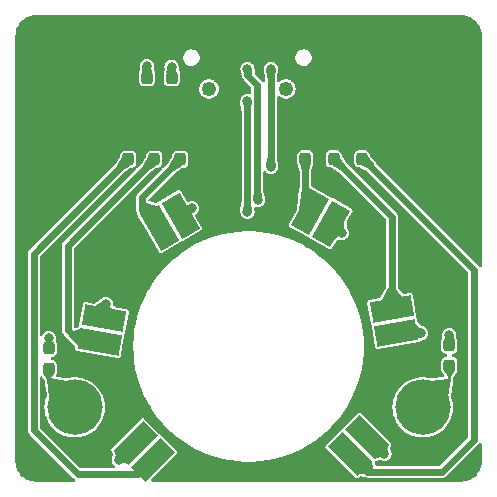
<source format=gtl>
G04 #@! TF.GenerationSoftware,KiCad,Pcbnew,7.0.2*
G04 #@! TF.CreationDate,2023-08-16T09:20:42-04:00*
G04 #@! TF.ProjectId,Foras Promineo CLR PCB,466f7261-7320-4507-926f-6d696e656f20,rev?*
G04 #@! TF.SameCoordinates,PX4c4b400PY543a756*
G04 #@! TF.FileFunction,Copper,L1,Top*
G04 #@! TF.FilePolarity,Positive*
%FSLAX46Y46*%
G04 Gerber Fmt 4.6, Leading zero omitted, Abs format (unit mm)*
G04 Created by KiCad (PCBNEW 7.0.2) date 2023-08-16 09:20:42*
%MOMM*%
%LPD*%
G01*
G04 APERTURE LIST*
G04 Aperture macros list*
%AMRoundRect*
0 Rectangle with rounded corners*
0 $1 Rounding radius*
0 $2 $3 $4 $5 $6 $7 $8 $9 X,Y pos of 4 corners*
0 Add a 4 corners polygon primitive as box body*
4,1,4,$2,$3,$4,$5,$6,$7,$8,$9,$2,$3,0*
0 Add four circle primitives for the rounded corners*
1,1,$1+$1,$2,$3*
1,1,$1+$1,$4,$5*
1,1,$1+$1,$6,$7*
1,1,$1+$1,$8,$9*
0 Add four rect primitives between the rounded corners*
20,1,$1+$1,$2,$3,$4,$5,0*
20,1,$1+$1,$4,$5,$6,$7,0*
20,1,$1+$1,$6,$7,$8,$9,0*
20,1,$1+$1,$8,$9,$2,$3,0*%
%AMRotRect*
0 Rectangle, with rotation*
0 The origin of the aperture is its center*
0 $1 length*
0 $2 width*
0 $3 Rotation angle, in degrees counterclockwise*
0 Add horizontal line*
21,1,$1,$2,0,0,$3*%
G04 Aperture macros list end*
G04 #@! TA.AperFunction,ComponentPad*
%ADD10C,4.700000*%
G04 #@! TD*
G04 #@! TA.AperFunction,SMDPad,CuDef*
%ADD11RotRect,1.750000X3.500000X280.000000*%
G04 #@! TD*
G04 #@! TA.AperFunction,SMDPad,CuDef*
%ADD12RotRect,1.750000X3.500000X45.000000*%
G04 #@! TD*
G04 #@! TA.AperFunction,SMDPad,CuDef*
%ADD13RotRect,1.750000X3.500000X330.857000*%
G04 #@! TD*
G04 #@! TA.AperFunction,SMDPad,CuDef*
%ADD14RotRect,1.750000X3.500000X80.000000*%
G04 #@! TD*
G04 #@! TA.AperFunction,SMDPad,CuDef*
%ADD15RotRect,1.750000X3.500000X30.000000*%
G04 #@! TD*
G04 #@! TA.AperFunction,SMDPad,CuDef*
%ADD16RotRect,1.750000X3.500000X135.000000*%
G04 #@! TD*
G04 #@! TA.AperFunction,SMDPad,CuDef*
%ADD17RoundRect,0.237500X0.237500X-0.300000X0.237500X0.300000X-0.237500X0.300000X-0.237500X-0.300000X0*%
G04 #@! TD*
G04 #@! TA.AperFunction,ComponentPad*
%ADD18C,1.248000*%
G04 #@! TD*
G04 #@! TA.AperFunction,ViaPad*
%ADD19C,0.800000*%
G04 #@! TD*
G04 #@! TA.AperFunction,Conductor*
%ADD20C,0.600000*%
G04 #@! TD*
G04 #@! TA.AperFunction,Conductor*
%ADD21C,0.250000*%
G04 #@! TD*
G04 APERTURE END LIST*
D10*
G04 #@! TO.P,H2,1,1*
G04 #@! TO.N,Net-(C2-Pad1)*
X14730000Y-5130000D03*
G04 #@! TD*
G04 #@! TO.P,H1,1,1*
G04 #@! TO.N,Net-(C1-Pad1)*
X-14730000Y-5130000D03*
G04 #@! TD*
D11*
G04 #@! TO.P,D2,1,K*
G04 #@! TO.N,/LED_2*
X12487989Y1161402D03*
G04 #@! TO.P,D2,2,A*
G04 #@! TO.N,Net-(D2-A)*
X12132011Y3180258D03*
G04 #@! TD*
D12*
G04 #@! TO.P,D3,1,K*
G04 #@! TO.N,/LED_3*
X10013784Y-7639386D03*
G04 #@! TO.P,D3,2,A*
G04 #@! TO.N,Net-(D3-A)*
X8564216Y-9088954D03*
G04 #@! TD*
D13*
G04 #@! TO.P,D1,1,K*
G04 #@! TO.N,/LED_1*
X6982242Y10418664D03*
G04 #@! TO.P,D1,2,A*
G04 #@! TO.N,Net-(D1-A)*
X5191758Y11416996D03*
G04 #@! TD*
D14*
G04 #@! TO.P,D5,1,K*
G04 #@! TO.N,/LED_5*
X-12243011Y2409258D03*
G04 #@! TO.P,D5,2,A*
G04 #@! TO.N,Net-(D5-A)*
X-12598989Y390402D03*
G04 #@! TD*
D15*
G04 #@! TO.P,D6,1,K*
G04 #@! TO.N,/LED_6*
X-5762324Y11096330D03*
G04 #@! TO.P,D6,2,A*
G04 #@! TO.N,Net-(D6-A)*
X-7537676Y10071330D03*
G04 #@! TD*
D16*
G04 #@! TO.P,D4,2,A*
G04 #@! TO.N,Net-(D4-A)*
X-8114216Y-9563954D03*
G04 #@! TO.P,D4,1,K*
G04 #@! TO.N,/LED_4*
X-9563784Y-8114386D03*
G04 #@! TD*
D17*
G04 #@! TO.P,C1,1*
G04 #@! TO.N,Net-(C1-Pad1)*
X-16920000Y-1852500D03*
G04 #@! TO.P,C1,2*
G04 #@! TO.N,GND*
X-16920000Y-127500D03*
G04 #@! TD*
G04 #@! TO.P,C2,1*
G04 #@! TO.N,Net-(C2-Pad1)*
X16995000Y-1597500D03*
G04 #@! TO.P,C2,2*
G04 #@! TO.N,GND*
X16995000Y127500D03*
G04 #@! TD*
G04 #@! TO.P,R2,1*
G04 #@! TO.N,Net-(D1-A)*
X4800000Y15907330D03*
G04 #@! TO.P,R2,2*
G04 #@! TO.N,Net-(J1-Pin_1)*
X4800000Y17632330D03*
G04 #@! TD*
G04 #@! TO.P,R4,1*
G04 #@! TO.N,Net-(D2-A)*
X7200000Y15907330D03*
G04 #@! TO.P,R4,2*
G04 #@! TO.N,Net-(J1-Pin_1)*
X7200000Y17632330D03*
G04 #@! TD*
G04 #@! TO.P,R6,1*
G04 #@! TO.N,Net-(D3-A)*
X9600000Y15907330D03*
G04 #@! TO.P,R6,2*
G04 #@! TO.N,Net-(J1-Pin_1)*
X9600000Y17632330D03*
G04 #@! TD*
G04 #@! TO.P,R8,1*
G04 #@! TO.N,Net-(D4-A)*
X-10200000Y15857330D03*
G04 #@! TO.P,R8,2*
G04 #@! TO.N,Net-(J1-Pin_1)*
X-10200000Y17582330D03*
G04 #@! TD*
G04 #@! TO.P,R10,1*
G04 #@! TO.N,Net-(D5-A)*
X-8000000Y15857330D03*
G04 #@! TO.P,R10,2*
G04 #@! TO.N,Net-(J1-Pin_1)*
X-8000000Y17582330D03*
G04 #@! TD*
G04 #@! TO.P,R12,1*
G04 #@! TO.N,Net-(D6-A)*
X-5800000Y15857330D03*
G04 #@! TO.P,R12,2*
G04 #@! TO.N,Net-(J1-Pin_1)*
X-5800000Y17582330D03*
G04 #@! TD*
G04 #@! TO.P,C5,1*
G04 #@! TO.N,Net-(J1-Pin_1)*
X-8600000Y21057330D03*
G04 #@! TO.P,C5,2*
G04 #@! TO.N,GND*
X-8600000Y22782330D03*
G04 #@! TD*
G04 #@! TO.P,C6,1*
G04 #@! TO.N,Net-(J1-Pin_1)*
X-6500000Y21057330D03*
G04 #@! TO.P,C6,2*
G04 #@! TO.N,GND*
X-6500000Y22782330D03*
G04 #@! TD*
D18*
G04 #@! TO.P,J1,S1*
G04 #@! TO.N,N/C*
X-3350000Y21819830D03*
G04 #@! TO.P,J1,S2*
X3150000Y21819830D03*
G04 #@! TD*
D19*
G04 #@! TO.N,GND*
X16995000Y965000D03*
X-16920000Y710000D03*
X-6525000Y23707330D03*
X-8625000Y23769830D03*
G04 #@! TO.N,/LED_6*
X-4800000Y11719830D03*
G04 #@! TO.N,/LED_5*
X1900000Y23519830D03*
X1900000Y15219830D03*
X-12100000Y3619830D03*
G04 #@! TO.N,/LED_4*
X-11000000Y-9580170D03*
G04 #@! TO.N,/LED_3*
X11500000Y-9080170D03*
G04 #@! TO.N,/LED_2*
X-100000Y20819830D03*
X14600000Y1119830D03*
X-100000Y11419830D03*
G04 #@! TO.N,/LED_1*
X800000Y12419830D03*
X-100000Y23519830D03*
X7900000Y9619830D03*
G04 #@! TO.N,Net-(J1-Pin_1)*
X4800000Y18482330D03*
X-8000000Y18307330D03*
X-3400000Y25819830D03*
X7200000Y18419830D03*
X-5800000Y18369830D03*
X9600000Y18419830D03*
X-3200000Y18819830D03*
X-10200000Y18369830D03*
G04 #@! TD*
D20*
G04 #@! TO.N,Net-(D4-A)*
X-14449830Y-10780170D02*
X-9330432Y-10780170D01*
X-18190000Y-7040000D02*
X-14449830Y-10780170D01*
X-18190000Y7867330D02*
X-18190000Y-7040000D01*
X-10200000Y15857330D02*
X-18190000Y7867330D01*
X-9330432Y-10780170D02*
X-8114216Y-9563954D01*
G04 #@! TO.N,Net-(D1-A)*
X4810000Y15897330D02*
X4800000Y15907330D01*
X4810000Y11798754D02*
X4810000Y15897330D01*
X5191758Y11416996D02*
X4810000Y11798754D01*
D21*
G04 #@! TO.N,Net-(C1-Pad1)*
X-16920000Y-2940000D02*
X-14730000Y-5130000D01*
X-16920000Y-1852500D02*
X-16920000Y-2940000D01*
G04 #@! TO.N,Net-(C2-Pad1)*
X16995000Y-2865000D02*
X14730000Y-5130000D01*
X16995000Y-1597500D02*
X16995000Y-2865000D01*
D20*
G04 #@! TO.N,GND*
X-6500000Y22782330D02*
X-6500000Y23682330D01*
X17020000Y40000D02*
X17020000Y940000D01*
X17020000Y940000D02*
X16995000Y965000D01*
X-8600000Y22844830D02*
X-8600000Y23744830D01*
G04 #@! TO.N,Net-(D2-A)*
X12132011Y3180258D02*
X12132011Y10975319D01*
X12132011Y10975319D02*
X7200000Y15907330D01*
G04 #@! TO.N,Net-(D3-A)*
X19100000Y6519830D02*
X19100000Y-7880170D01*
X9600000Y15907330D02*
X9712500Y15907330D01*
X19100000Y-7880170D02*
X16400000Y-10580170D01*
X9712500Y15907330D02*
X19100000Y6519830D01*
X16400000Y-10580170D02*
X10055432Y-10580170D01*
X10055432Y-10580170D02*
X8564216Y-9088954D01*
G04 #@! TO.N,Net-(D5-A)*
X-14270572Y390402D02*
X-15300000Y1419830D01*
X-12598989Y390402D02*
X-14270572Y390402D01*
X-15300000Y8557330D02*
X-8000000Y15857330D01*
X-15300000Y1419830D02*
X-15300000Y8557330D01*
G04 #@! TO.N,Net-(D6-A)*
X-9000000Y11533654D02*
X-9000000Y12657330D01*
X-7537676Y10071330D02*
X-9000000Y11533654D01*
X-9000000Y12657330D02*
X-5800000Y15857330D01*
G04 #@! TO.N,/LED_6*
X-5138824Y11719830D02*
X-5762324Y11096330D01*
X-4800000Y11719830D02*
X-5138824Y11719830D01*
G04 #@! TO.N,/LED_5*
X-12243011Y3476819D02*
X-12100000Y3619830D01*
X-12243011Y2409258D02*
X-12243011Y3476819D01*
X1900000Y15219830D02*
X1900000Y23519830D01*
G04 #@! TO.N,/LED_4*
X-9563784Y-8143954D02*
X-11000000Y-9580170D01*
X-9563784Y-8114386D02*
X-9563784Y-8143954D01*
G04 #@! TO.N,/LED_3*
X10013784Y-7639386D02*
X10059216Y-7639386D01*
X10059216Y-7639386D02*
X11500000Y-9080170D01*
G04 #@! TO.N,/LED_2*
X-100000Y11419830D02*
X-100000Y20819830D01*
X14558428Y1161402D02*
X14600000Y1119830D01*
X12487989Y1161402D02*
X14558428Y1161402D01*
G04 #@! TO.N,/LED_1*
X-100000Y23019830D02*
X-100000Y23519830D01*
X800000Y12419830D02*
X726511Y12493319D01*
X726511Y22193319D02*
X-100000Y23019830D01*
X726511Y12493319D02*
X726511Y22193319D01*
X7101166Y10418664D02*
X7900000Y9619830D01*
X6982242Y10418664D02*
X7101166Y10418664D01*
G04 #@! TO.N,Net-(J1-Pin_1)*
X-5800000Y17582330D02*
X-5800000Y18369830D01*
X-8000000Y17519830D02*
X-8000000Y18307330D01*
X7200000Y17632330D02*
X7200000Y18419830D01*
X4800000Y17694830D02*
X4800000Y18482330D01*
X9600000Y17632330D02*
X9600000Y18419830D01*
X-10200000Y17582330D02*
X-10200000Y18369830D01*
G04 #@! TD*
G04 #@! TA.AperFunction,Conductor*
G04 #@! TO.N,Net-(J1-Pin_1)*
G36*
X18004487Y28065009D02*
G01*
X18025448Y28063510D01*
X18239429Y28048206D01*
X18257202Y28045651D01*
X18482970Y27996538D01*
X18500195Y27991481D01*
X18716669Y27910740D01*
X18733016Y27903274D01*
X18935782Y27792555D01*
X18950905Y27782836D01*
X19135847Y27644390D01*
X19149433Y27632617D01*
X19312786Y27469264D01*
X19324559Y27455678D01*
X19463005Y27270736D01*
X19472724Y27255613D01*
X19583443Y27052847D01*
X19590912Y27036494D01*
X19671647Y26820035D01*
X19676710Y26802791D01*
X19725818Y26577044D01*
X19728376Y26559250D01*
X19745179Y26324320D01*
X19745500Y26315331D01*
X19745499Y6876987D01*
X19725497Y6808866D01*
X19671841Y6762373D01*
X19601567Y6752269D01*
X19536987Y6781763D01*
X19524274Y6794476D01*
X19492909Y6830674D01*
X19487265Y6837678D01*
X19479224Y6848419D01*
X19479223Y6848420D01*
X19479221Y6848423D01*
X19469722Y6857922D01*
X19463604Y6864494D01*
X19431129Y6901973D01*
X19427248Y6904467D01*
X19406275Y6921369D01*
X10789845Y15537799D01*
X10776774Y15555951D01*
X10776381Y15555646D01*
X10301891Y16168166D01*
X10275986Y16234268D01*
X10275500Y16245328D01*
X10275500Y16257133D01*
X10275500Y16260086D01*
X10272725Y16289679D01*
X10229116Y16414305D01*
X10150711Y16520541D01*
X10044475Y16598946D01*
X10044474Y16598947D01*
X9919850Y16642555D01*
X9893192Y16645055D01*
X9893185Y16645056D01*
X9890256Y16645330D01*
X9309744Y16645330D01*
X9306815Y16645056D01*
X9306807Y16645055D01*
X9280149Y16642555D01*
X9155525Y16598947D01*
X9049289Y16520541D01*
X8970883Y16414305D01*
X8927275Y16289681D01*
X8927274Y16289679D01*
X8927275Y16289679D01*
X8924500Y16260086D01*
X8924500Y15554574D01*
X8924774Y15551645D01*
X8924775Y15551638D01*
X8927275Y15524980D01*
X8970883Y15400356D01*
X8970884Y15400355D01*
X9049289Y15294119D01*
X9155525Y15215714D01*
X9280151Y15172105D01*
X9309744Y15169330D01*
X9405560Y15169330D01*
X9464068Y15154923D01*
X10018949Y14863991D01*
X10063068Y14840859D01*
X10093654Y14818362D01*
X18562595Y6349421D01*
X18596621Y6287109D01*
X18599500Y6260326D01*
X18599500Y-7620666D01*
X18579498Y-7688787D01*
X18562595Y-7709761D01*
X16229591Y-10042765D01*
X16167279Y-10076791D01*
X16140496Y-10079670D01*
X10828186Y-10079670D01*
X10760065Y-10059668D01*
X10713572Y-10006012D01*
X10706361Y-9985837D01*
X10662324Y-9819059D01*
X10664273Y-9748089D01*
X10704281Y-9689439D01*
X10714142Y-9682131D01*
X10723812Y-9675669D01*
X10723997Y-9675545D01*
X10758973Y-9659275D01*
X11067617Y-9569963D01*
X11138610Y-9570241D01*
X11179341Y-9591034D01*
X11197159Y-9604706D01*
X11343238Y-9665214D01*
X11500000Y-9685852D01*
X11656762Y-9665214D01*
X11802841Y-9604706D01*
X11928282Y-9508452D01*
X12024536Y-9383011D01*
X12085044Y-9236932D01*
X12105682Y-9080170D01*
X12085044Y-8923408D01*
X12024536Y-8777329D01*
X12004614Y-8751366D01*
X11979014Y-8685145D01*
X11982593Y-8643105D01*
X12066152Y-8320151D01*
X12068034Y-8294758D01*
X12070108Y-8279508D01*
X12074367Y-8258104D01*
X12072001Y-8246210D01*
X12071164Y-8240699D01*
X12071039Y-8240219D01*
X12069348Y-8232871D01*
X12058806Y-8179872D01*
X12025681Y-8130296D01*
X12017886Y-8122501D01*
X12008792Y-8113407D01*
X12004237Y-8108091D01*
X12001850Y-8106020D01*
X11995330Y-8099945D01*
X9522877Y-5627491D01*
X9473297Y-5594363D01*
X9395066Y-5578803D01*
X9316833Y-5594364D01*
X9267251Y-5627494D01*
X8001892Y-6892853D01*
X7968761Y-6942437D01*
X7968346Y-6944524D01*
X7935436Y-7007432D01*
X7873740Y-7042562D01*
X7869354Y-7043516D01*
X7867267Y-7043931D01*
X7817683Y-7077062D01*
X6552324Y-8342421D01*
X6519194Y-8392003D01*
X6503633Y-8470236D01*
X6519193Y-8548467D01*
X6552321Y-8598047D01*
X9055122Y-11100848D01*
X9104702Y-11133976D01*
X9120263Y-11137071D01*
X9182934Y-11149537D01*
X9261166Y-11133976D01*
X9310745Y-11100848D01*
X9387620Y-11023971D01*
X9449931Y-10989946D01*
X9488169Y-10987588D01*
X9772519Y-11013555D01*
X9805086Y-11020976D01*
X9813099Y-11023964D01*
X9813101Y-11023966D01*
X9859575Y-11041299D01*
X9867849Y-11044726D01*
X9912975Y-11065335D01*
X9916361Y-11065821D01*
X9917531Y-11065990D01*
X9943635Y-11072652D01*
X9947949Y-11074261D01*
X9988510Y-11077161D01*
X9997404Y-11077798D01*
X10006349Y-11078759D01*
X10019633Y-11080670D01*
X10033052Y-11080670D01*
X10042040Y-11080990D01*
X10091505Y-11084529D01*
X10095233Y-11083717D01*
X10096006Y-11083550D01*
X10122789Y-11080670D01*
X10501686Y-11080670D01*
X10513145Y-11081192D01*
X10540082Y-11083652D01*
X10541519Y-11083758D01*
X10549510Y-11084295D01*
X10550546Y-11084347D01*
X10550569Y-11084342D01*
X10550574Y-11084343D01*
X10558123Y-11083017D01*
X10560685Y-11082568D01*
X10582473Y-11080670D01*
X16332643Y-11080670D01*
X16359426Y-11083550D01*
X16360383Y-11083758D01*
X16363927Y-11084529D01*
X16413391Y-11080990D01*
X16422380Y-11080670D01*
X16435798Y-11080670D01*
X16435799Y-11080670D01*
X16449097Y-11078757D01*
X16458009Y-11077799D01*
X16507483Y-11074261D01*
X16511798Y-11072651D01*
X16537897Y-11065990D01*
X16542457Y-11065335D01*
X16565349Y-11054879D01*
X16587561Y-11044736D01*
X16595862Y-11041297D01*
X16642331Y-11023966D01*
X16646015Y-11021207D01*
X16669190Y-11007458D01*
X16673372Y-11005548D01*
X16710845Y-10973077D01*
X16717844Y-10967436D01*
X16728593Y-10959391D01*
X16738096Y-10949887D01*
X16744669Y-10943768D01*
X16782143Y-10911298D01*
X16784635Y-10907418D01*
X16801533Y-10886449D01*
X19406279Y-8281703D01*
X19427248Y-8264805D01*
X19431128Y-8262313D01*
X19463601Y-8224835D01*
X19469717Y-8218266D01*
X19479221Y-8208763D01*
X19487266Y-8198014D01*
X19492907Y-8191015D01*
X19524277Y-8154813D01*
X19584003Y-8116430D01*
X19655000Y-8116431D01*
X19714725Y-8154816D01*
X19744218Y-8219397D01*
X19745500Y-8237327D01*
X19745500Y-9675669D01*
X19745179Y-9684658D01*
X19728376Y-9919589D01*
X19725818Y-9937383D01*
X19676710Y-10163130D01*
X19671645Y-10180380D01*
X19590912Y-10396833D01*
X19583443Y-10413186D01*
X19472724Y-10615952D01*
X19463005Y-10631075D01*
X19324559Y-10816017D01*
X19312786Y-10829603D01*
X19149433Y-10992956D01*
X19135847Y-11004729D01*
X18950905Y-11143175D01*
X18935782Y-11152894D01*
X18733016Y-11263613D01*
X18716663Y-11271082D01*
X18563548Y-11328190D01*
X18544840Y-11335169D01*
X18500210Y-11351815D01*
X18482960Y-11356880D01*
X18257213Y-11405988D01*
X18239419Y-11408546D01*
X18004488Y-11425349D01*
X17995499Y-11425670D01*
X-8150755Y-11425670D01*
X-8218876Y-11405668D01*
X-8265369Y-11352012D01*
X-8275473Y-11281738D01*
X-8245979Y-11217158D01*
X-8239850Y-11210575D01*
X-6102322Y-9073047D01*
X-6069194Y-9023467D01*
X-6069195Y-9023467D01*
X-6053633Y-8945236D01*
X-6069194Y-8867004D01*
X-6102322Y-8817425D01*
X-6102323Y-8817424D01*
X-6102325Y-8817421D01*
X-7367684Y-7552062D01*
X-7368347Y-7551619D01*
X-7417266Y-7518932D01*
X-7417267Y-7518931D01*
X-7417268Y-7518931D01*
X-7419354Y-7518516D01*
X-7482263Y-7485607D01*
X-7517393Y-7423911D01*
X-7518348Y-7419519D01*
X-7518762Y-7417436D01*
X-7551890Y-7367857D01*
X-7551891Y-7367856D01*
X-7551893Y-7367853D01*
X-8817252Y-6102494D01*
X-8866834Y-6069364D01*
X-8878794Y-6066985D01*
X-8945066Y-6053803D01*
X-8945067Y-6053803D01*
X-9023298Y-6069363D01*
X-9072878Y-6102491D01*
X-11575679Y-8605292D01*
X-11608807Y-8654872D01*
X-11618301Y-8702606D01*
X-11624367Y-8733104D01*
X-11620043Y-8754843D01*
X-11608806Y-8811338D01*
X-11606289Y-8815104D01*
X-11590832Y-8847390D01*
X-11495459Y-9151420D01*
X-11494154Y-9222405D01*
X-11515717Y-9265835D01*
X-11524536Y-9277328D01*
X-11585045Y-9423408D01*
X-11605682Y-9580170D01*
X-11585045Y-9736931D01*
X-11524536Y-9883012D01*
X-11428282Y-10008452D01*
X-11369304Y-10053708D01*
X-11327437Y-10111046D01*
X-11323215Y-10181917D01*
X-11357980Y-10243820D01*
X-11420692Y-10277101D01*
X-11446008Y-10279670D01*
X-14190326Y-10279670D01*
X-14258447Y-10259668D01*
X-14279421Y-10242765D01*
X-17652596Y-6869590D01*
X-17686622Y-6807278D01*
X-17689501Y-6780504D01*
X-17689501Y-2597750D01*
X-17669499Y-2529632D01*
X-17615843Y-2483139D01*
X-17545569Y-2473035D01*
X-17480989Y-2502529D01*
X-17452354Y-2538404D01*
X-17263138Y-2892761D01*
X-17248696Y-2962273D01*
X-17248764Y-2963090D01*
X-17249265Y-2968807D01*
X-17239508Y-3005219D01*
X-17237130Y-3015947D01*
X-17230374Y-3054260D01*
X-17219024Y-3081660D01*
X-17213803Y-3101145D01*
X-17214593Y-3101356D01*
X-17204308Y-3128774D01*
X-17097128Y-4128006D01*
X-17105189Y-4187339D01*
X-17106084Y-4189242D01*
X-17107305Y-4192997D01*
X-17107308Y-4193007D01*
X-17204029Y-4490685D01*
X-17205256Y-4494462D01*
X-17205997Y-4498346D01*
X-17206001Y-4498362D01*
X-17264649Y-4805806D01*
X-17264651Y-4805820D01*
X-17265392Y-4809706D01*
X-17265641Y-4813658D01*
X-17265642Y-4813669D01*
X-17285294Y-5126042D01*
X-17285543Y-5130000D01*
X-17285294Y-5133957D01*
X-17265642Y-5446330D01*
X-17265641Y-5446339D01*
X-17265392Y-5450294D01*
X-17264651Y-5454180D01*
X-17264649Y-5454193D01*
X-17206001Y-5761637D01*
X-17205998Y-5761649D01*
X-17205256Y-5765538D01*
X-17106084Y-6070758D01*
X-16969439Y-6361142D01*
X-16967316Y-6364488D01*
X-16967315Y-6364489D01*
X-16799601Y-6628766D01*
X-16799595Y-6628775D01*
X-16797478Y-6632110D01*
X-16794959Y-6635155D01*
X-16794956Y-6635159D01*
X-16666093Y-6790928D01*
X-16592911Y-6879390D01*
X-16523550Y-6944524D01*
X-16369605Y-7089088D01*
X-16358964Y-7099080D01*
X-16099328Y-7287716D01*
X-15818097Y-7442324D01*
X-15519706Y-7560466D01*
X-15208861Y-7640277D01*
X-14890464Y-7680500D01*
X-14886505Y-7680500D01*
X-14573495Y-7680500D01*
X-14569536Y-7680500D01*
X-14251139Y-7640277D01*
X-13940294Y-7560466D01*
X-13641903Y-7442324D01*
X-13360672Y-7287716D01*
X-13101036Y-7099080D01*
X-12867089Y-6879390D01*
X-12662522Y-6632110D01*
X-12490561Y-6361142D01*
X-12353916Y-6070758D01*
X-12254744Y-5765538D01*
X-12194608Y-5450294D01*
X-12174457Y-5130000D01*
X-12194608Y-4809706D01*
X-12254744Y-4494462D01*
X-12353916Y-4189242D01*
X-12490561Y-3898858D01*
X-12662522Y-3627890D01*
X-12867089Y-3380610D01*
X-13101036Y-3160920D01*
X-13360672Y-2972284D01*
X-13641903Y-2817676D01*
X-13645573Y-2816223D01*
X-13645577Y-2816221D01*
X-13936625Y-2700986D01*
X-13936635Y-2700982D01*
X-13940294Y-2699534D01*
X-13991923Y-2686278D01*
X-14247304Y-2620707D01*
X-14247314Y-2620705D01*
X-14251139Y-2619723D01*
X-14255064Y-2619227D01*
X-14255075Y-2619225D01*
X-14565605Y-2579996D01*
X-14565615Y-2579995D01*
X-14569536Y-2579500D01*
X-14890464Y-2579500D01*
X-14894385Y-2579995D01*
X-14894396Y-2579996D01*
X-15204934Y-2619226D01*
X-15204949Y-2619228D01*
X-15208861Y-2619723D01*
X-15212674Y-2620701D01*
X-15212690Y-2620705D01*
X-15398357Y-2668376D01*
X-15447420Y-2671080D01*
X-16208982Y-2562846D01*
X-16273611Y-2533458D01*
X-16312091Y-2473795D01*
X-16312207Y-2402798D01*
X-16302403Y-2378757D01*
X-16299621Y-2373546D01*
X-16290481Y-2359071D01*
X-16288165Y-2353796D01*
X-16286228Y-2348466D01*
X-16286225Y-2348462D01*
X-16266387Y-2293899D01*
X-16265739Y-2290814D01*
X-16261357Y-2275090D01*
X-16247275Y-2234849D01*
X-16244500Y-2205256D01*
X-16244500Y-1499744D01*
X-16247275Y-1470151D01*
X-16290884Y-1345525D01*
X-16369289Y-1239289D01*
X-16475525Y-1160884D01*
X-16475526Y-1160883D01*
X-16600150Y-1117275D01*
X-16619613Y-1115450D01*
X-16685569Y-1089175D01*
X-16726850Y-1031413D01*
X-16730349Y-960503D01*
X-16694955Y-898958D01*
X-16631906Y-866318D01*
X-16619613Y-864550D01*
X-16619487Y-864538D01*
X-16600151Y-862725D01*
X-16475525Y-819116D01*
X-16369289Y-740711D01*
X-16290884Y-634475D01*
X-16247275Y-509849D01*
X-16244500Y-480256D01*
X-16244500Y225256D01*
X-16247275Y254849D01*
X-16290884Y379475D01*
X-16290885Y379477D01*
X-16322944Y422917D01*
X-16347301Y489605D01*
X-16337972Y545957D01*
X-16334956Y553239D01*
X-16333774Y562216D01*
X-16314318Y710000D01*
X-16334956Y866762D01*
X-16395464Y1012841D01*
X-16395465Y1012842D01*
X-16395465Y1012843D01*
X-16491718Y1138283D01*
X-16617158Y1234536D01*
X-16763239Y1295045D01*
X-16920000Y1315682D01*
X-17076762Y1295045D01*
X-17222843Y1234536D01*
X-17348283Y1138283D01*
X-17444537Y1012842D01*
X-17447093Y1006670D01*
X-17491642Y951390D01*
X-17559006Y928970D01*
X-17627797Y946529D01*
X-17676174Y998492D01*
X-17689501Y1054890D01*
X-17689501Y7607828D01*
X-17669499Y7675949D01*
X-17652601Y7696918D01*
X-10653958Y14695561D01*
X-10632834Y14712558D01*
X-10028838Y15099432D01*
X-9960878Y15119330D01*
X-9912698Y15119330D01*
X-9909744Y15119330D01*
X-9880151Y15122105D01*
X-9755525Y15165714D01*
X-9749027Y15170511D01*
X-9682340Y15194869D01*
X-9613070Y15179308D01*
X-9563210Y15128766D01*
X-9548589Y15059291D01*
X-9573850Y14992941D01*
X-9585109Y14980037D01*
X-15606279Y8958867D01*
X-15627246Y8941969D01*
X-15631126Y8939476D01*
X-15663602Y8901997D01*
X-15669724Y8895422D01*
X-15679222Y8885924D01*
X-15687269Y8875174D01*
X-15692907Y8868177D01*
X-15725379Y8830701D01*
X-15727294Y8826508D01*
X-15741028Y8803360D01*
X-15743795Y8799664D01*
X-15761125Y8753202D01*
X-15764566Y8744896D01*
X-15785166Y8699789D01*
X-15785822Y8695222D01*
X-15792480Y8669135D01*
X-15794091Y8664817D01*
X-15797630Y8615349D01*
X-15798590Y8606418D01*
X-15800500Y8593129D01*
X-15800500Y8579711D01*
X-15800821Y8570723D01*
X-15804359Y8521258D01*
X-15803380Y8516759D01*
X-15800500Y8489974D01*
X-15800500Y1487190D01*
X-15803379Y1460410D01*
X-15804359Y1455906D01*
X-15800821Y1406440D01*
X-15800500Y1397451D01*
X-15800500Y1384032D01*
X-15798590Y1370742D01*
X-15797630Y1361811D01*
X-15794091Y1312346D01*
X-15792482Y1308032D01*
X-15785822Y1281939D01*
X-15785166Y1277376D01*
X-15785166Y1277375D01*
X-15785165Y1277373D01*
X-15770850Y1246027D01*
X-15764569Y1232275D01*
X-15761128Y1223965D01*
X-15743798Y1177501D01*
X-15741034Y1173809D01*
X-15727291Y1150646D01*
X-15725379Y1146458D01*
X-15692909Y1108986D01*
X-15687267Y1101984D01*
X-15679226Y1091242D01*
X-15679222Y1091238D01*
X-15679221Y1091237D01*
X-15669725Y1081741D01*
X-15663608Y1075171D01*
X-15631128Y1037687D01*
X-15627251Y1035195D01*
X-15606277Y1018293D01*
X-15360644Y772660D01*
X-15340430Y746234D01*
X-15338773Y743343D01*
X-14695116Y4877D01*
X-14665435Y-59617D01*
X-14666014Y-99790D01*
X-14675229Y-152050D01*
X-14674099Y-203770D01*
X-14673927Y-211667D01*
X-14641802Y-284675D01*
X-14584184Y-339833D01*
X-14528609Y-361445D01*
X-11042886Y-976072D01*
X-11042886Y-976071D01*
X-11042885Y-976072D01*
X-11041639Y-976044D01*
X-10983272Y-974771D01*
X-10910263Y-942646D01*
X-10855105Y-885028D01*
X-10833493Y-829454D01*
X-10687238Y0D01*
X-9759514Y0D01*
X-9759449Y-2026D01*
X-9739528Y-623257D01*
X-9739527Y-623278D01*
X-9739462Y-625294D01*
X-9739270Y-627287D01*
X-9739268Y-627314D01*
X-9679582Y-1246026D01*
X-9679580Y-1246048D01*
X-9679389Y-1248019D01*
X-9679073Y-1249976D01*
X-9679070Y-1249996D01*
X-9579860Y-1863639D01*
X-9579857Y-1863655D01*
X-9579540Y-1865615D01*
X-9579096Y-1867562D01*
X-9579095Y-1867565D01*
X-9440775Y-2473590D01*
X-9440769Y-2473612D01*
X-9440328Y-2475545D01*
X-9439758Y-2477466D01*
X-9439756Y-2477473D01*
X-9265192Y-3065637D01*
X-9262323Y-3075303D01*
X-9046257Y-3662424D01*
X-9045444Y-3664261D01*
X-9045443Y-3664263D01*
X-8814639Y-4185652D01*
X-8793018Y-4234494D01*
X-8792090Y-4236274D01*
X-8792086Y-4236281D01*
X-8504580Y-4787377D01*
X-8503647Y-4789165D01*
X-8387963Y-4979999D01*
X-8180388Y-5322417D01*
X-8180377Y-5322435D01*
X-8179333Y-5324156D01*
X-8178180Y-5325809D01*
X-8178176Y-5325815D01*
X-8088625Y-5454193D01*
X-7821407Y-5837268D01*
X-7820151Y-5838843D01*
X-7820145Y-5838851D01*
X-7609899Y-6102491D01*
X-7431342Y-6326394D01*
X-7429987Y-6327886D01*
X-7429981Y-6327893D01*
X-7239571Y-6537556D01*
X-7010741Y-6789524D01*
X-6561330Y-7224753D01*
X-6084957Y-7630295D01*
X-5583581Y-8004483D01*
X-5059260Y-8345778D01*
X-4514149Y-8652778D01*
X-4512325Y-8653656D01*
X-4512320Y-8653659D01*
X-4255517Y-8777329D01*
X-3950489Y-8924223D01*
X-3370595Y-9158996D01*
X-2776851Y-9356132D01*
X-2171696Y-9514823D01*
X-1557617Y-9634414D01*
X-937138Y-9714416D01*
X-312808Y-9754500D01*
X-310794Y-9754500D01*
X310794Y-9754500D01*
X312808Y-9754500D01*
X937138Y-9714416D01*
X1557617Y-9634414D01*
X2171696Y-9514823D01*
X2776851Y-9356132D01*
X3370595Y-9158996D01*
X3950489Y-8924223D01*
X4514149Y-8652778D01*
X5059260Y-8345778D01*
X5583581Y-8004483D01*
X6084957Y-7630295D01*
X6561330Y-7224753D01*
X7010741Y-6789524D01*
X7431342Y-6326394D01*
X7821407Y-5837268D01*
X8179333Y-5324156D01*
X8297031Y-5130000D01*
X12174457Y-5130000D01*
X12174706Y-5133957D01*
X12194358Y-5446330D01*
X12194359Y-5446339D01*
X12194608Y-5450294D01*
X12195349Y-5454180D01*
X12195351Y-5454193D01*
X12253999Y-5761637D01*
X12254002Y-5761649D01*
X12254744Y-5765538D01*
X12353916Y-6070758D01*
X12490561Y-6361142D01*
X12492684Y-6364488D01*
X12492685Y-6364489D01*
X12660399Y-6628766D01*
X12660405Y-6628775D01*
X12662522Y-6632110D01*
X12665041Y-6635155D01*
X12665044Y-6635159D01*
X12793907Y-6790928D01*
X12867089Y-6879390D01*
X12936450Y-6944524D01*
X13090395Y-7089088D01*
X13101036Y-7099080D01*
X13360672Y-7287716D01*
X13641903Y-7442324D01*
X13940294Y-7560466D01*
X14251139Y-7640277D01*
X14569536Y-7680500D01*
X14573495Y-7680500D01*
X14886505Y-7680500D01*
X14890464Y-7680500D01*
X15208861Y-7640277D01*
X15519706Y-7560466D01*
X15818097Y-7442324D01*
X16099328Y-7287716D01*
X16358964Y-7099080D01*
X16592911Y-6879390D01*
X16797478Y-6632110D01*
X16969439Y-6361142D01*
X17106084Y-6070758D01*
X17205256Y-5765538D01*
X17265392Y-5450294D01*
X17285543Y-5130000D01*
X17265392Y-4809706D01*
X17205256Y-4494462D01*
X17125039Y-4247580D01*
X17120103Y-4191073D01*
X17120561Y-4187820D01*
X17281107Y-3047801D01*
X17289560Y-3026356D01*
X17288803Y-3026154D01*
X17294023Y-3006667D01*
X17305371Y-2979268D01*
X17305586Y-2978048D01*
X17305588Y-2978045D01*
X17312131Y-2940932D01*
X17314505Y-2930224D01*
X17324264Y-2893807D01*
X17320979Y-2856256D01*
X17320500Y-2845276D01*
X17320500Y-2776802D01*
X17321442Y-2761424D01*
X17321462Y-2761260D01*
X17321614Y-2760182D01*
X17321728Y-2759097D01*
X17321865Y-2757984D01*
X17323122Y-2745845D01*
X17323296Y-2743642D01*
X17323236Y-2744213D01*
X17323413Y-2741411D01*
X17322281Y-2734749D01*
X17320500Y-2713639D01*
X17320500Y-2702325D01*
X17335353Y-2642976D01*
X17615374Y-2118555D01*
X17624519Y-2104071D01*
X17626835Y-2098796D01*
X17628772Y-2093466D01*
X17628775Y-2093462D01*
X17648613Y-2038899D01*
X17649261Y-2035814D01*
X17653643Y-2020090D01*
X17667725Y-1979849D01*
X17670500Y-1950256D01*
X17670500Y-1244744D01*
X17667725Y-1215151D01*
X17624116Y-1090525D01*
X17545711Y-984289D01*
X17439475Y-905884D01*
X17439474Y-905883D01*
X17314850Y-862275D01*
X17295387Y-860450D01*
X17229431Y-834175D01*
X17188150Y-776413D01*
X17184651Y-705503D01*
X17220045Y-643958D01*
X17283094Y-611318D01*
X17295387Y-609550D01*
X17295513Y-609538D01*
X17314849Y-607725D01*
X17439475Y-564116D01*
X17545711Y-485711D01*
X17624116Y-379475D01*
X17667725Y-254849D01*
X17670500Y-225256D01*
X17670500Y480256D01*
X17667725Y509849D01*
X17649399Y562220D01*
X17643928Y583825D01*
X17641711Y597612D01*
X17591970Y731467D01*
X17584637Y787185D01*
X17598387Y932934D01*
X17598498Y934371D01*
X17599053Y942259D01*
X17599129Y943663D01*
X17599598Y953500D01*
X17600527Y963828D01*
X17600682Y965000D01*
X17580044Y1121762D01*
X17519536Y1267841D01*
X17519535Y1267842D01*
X17519535Y1267843D01*
X17423282Y1393283D01*
X17297842Y1489536D01*
X17151761Y1550045D01*
X16995000Y1570682D01*
X16838238Y1550045D01*
X16692157Y1489536D01*
X16566717Y1393283D01*
X16470464Y1267843D01*
X16409955Y1121762D01*
X16392934Y992468D01*
X16389318Y965000D01*
X16392127Y943663D01*
X16392979Y937189D01*
X16393639Y922612D01*
X16401131Y874961D01*
X16401582Y871841D01*
X16410816Y801707D01*
X16414969Y786949D01*
X16417932Y768101D01*
X16408752Y697700D01*
X16394842Y673713D01*
X16365883Y634475D01*
X16322275Y509851D01*
X16320377Y489605D01*
X16319500Y480256D01*
X16319500Y-225256D01*
X16319774Y-228185D01*
X16319775Y-228192D01*
X16322275Y-254850D01*
X16365883Y-379474D01*
X16365884Y-379475D01*
X16444289Y-485711D01*
X16550525Y-564116D01*
X16675151Y-607725D01*
X16694472Y-609536D01*
X16694613Y-609550D01*
X16760569Y-635825D01*
X16801849Y-693587D01*
X16805348Y-764497D01*
X16769954Y-826043D01*
X16706905Y-858682D01*
X16694613Y-860450D01*
X16675149Y-862275D01*
X16550525Y-905883D01*
X16444289Y-984289D01*
X16365883Y-1090525D01*
X16322275Y-1215149D01*
X16320012Y-1239289D01*
X16319500Y-1244744D01*
X16319500Y-1950256D01*
X16319774Y-1953185D01*
X16319775Y-1953192D01*
X16322275Y-1979850D01*
X16355145Y-2073786D01*
X16356806Y-2078877D01*
X16362108Y-2096383D01*
X16365486Y-2104080D01*
X16374618Y-2118546D01*
X16517189Y-2385551D01*
X16531631Y-2455064D01*
X16506200Y-2521349D01*
X16448969Y-2563362D01*
X16422485Y-2569822D01*
X15515858Y-2689158D01*
X15468081Y-2686278D01*
X15212700Y-2620708D01*
X15212689Y-2620706D01*
X15208861Y-2619723D01*
X15204936Y-2619227D01*
X15204925Y-2619225D01*
X14894395Y-2579996D01*
X14894385Y-2579995D01*
X14890464Y-2579500D01*
X14569536Y-2579500D01*
X14565615Y-2579995D01*
X14565604Y-2579996D01*
X14255074Y-2619225D01*
X14255060Y-2619227D01*
X14251139Y-2619723D01*
X14247316Y-2620704D01*
X14247303Y-2620707D01*
X13944114Y-2698553D01*
X13944111Y-2698553D01*
X13940294Y-2699534D01*
X13936638Y-2700981D01*
X13936624Y-2700986D01*
X13645576Y-2816221D01*
X13645565Y-2816225D01*
X13641903Y-2817676D01*
X13638444Y-2819577D01*
X13638441Y-2819579D01*
X13366997Y-2968807D01*
X13360672Y-2972284D01*
X13357468Y-2974611D01*
X13357463Y-2974615D01*
X13104239Y-3158592D01*
X13104230Y-3158599D01*
X13101036Y-3160920D01*
X13098158Y-3163622D01*
X13098149Y-3163630D01*
X12869975Y-3377899D01*
X12869968Y-3377906D01*
X12867089Y-3380610D01*
X12864572Y-3383652D01*
X12864564Y-3383661D01*
X12665044Y-3624840D01*
X12665035Y-3624851D01*
X12662522Y-3627890D01*
X12660410Y-3631216D01*
X12660399Y-3631233D01*
X12492685Y-3895510D01*
X12492680Y-3895518D01*
X12490561Y-3898858D01*
X12488876Y-3902437D01*
X12488873Y-3902444D01*
X12366559Y-4162374D01*
X12353916Y-4189242D01*
X12352693Y-4193007D01*
X12352690Y-4193014D01*
X12255971Y-4490685D01*
X12254744Y-4494462D01*
X12254003Y-4498346D01*
X12253999Y-4498362D01*
X12195351Y-4805806D01*
X12195349Y-4805820D01*
X12194608Y-4809706D01*
X12194359Y-4813658D01*
X12194358Y-4813669D01*
X12174706Y-5126042D01*
X12174457Y-5130000D01*
X8297031Y-5130000D01*
X8503647Y-4789165D01*
X8793018Y-4234494D01*
X9046257Y-3662424D01*
X9262323Y-3075303D01*
X9440328Y-2475545D01*
X9579540Y-1865615D01*
X9679389Y-1248019D01*
X9739462Y-625294D01*
X9759514Y0D01*
X9739462Y625294D01*
X9679389Y1248019D01*
X9579540Y1865615D01*
X9440328Y2475545D01*
X9262323Y3075303D01*
X9046257Y3662424D01*
X8793018Y4234494D01*
X8503647Y4789165D01*
X8179333Y5324156D01*
X7821407Y5837268D01*
X7431342Y6326394D01*
X7010741Y6789524D01*
X6561330Y7224753D01*
X6084957Y7630295D01*
X5743395Y7885210D01*
X5585196Y8003278D01*
X5585189Y8003283D01*
X5583581Y8004483D01*
X5581894Y8005582D01*
X5581887Y8005586D01*
X5189457Y8261029D01*
X5059260Y8345778D01*
X4986204Y8386922D01*
X4515919Y8651781D01*
X4514149Y8652778D01*
X4512336Y8653651D01*
X4512319Y8653660D01*
X3952309Y8923347D01*
X3952296Y8923353D01*
X3950489Y8924223D01*
X3948627Y8924977D01*
X3372464Y9158240D01*
X3372445Y9158247D01*
X3370595Y9158996D01*
X2894744Y9316989D01*
X2778749Y9355502D01*
X2778743Y9355504D01*
X2776851Y9356132D01*
X2369059Y9463068D01*
X2173641Y9514313D01*
X2173639Y9514314D01*
X2171696Y9514823D01*
X2169727Y9515207D01*
X2169716Y9515209D01*
X1559593Y9634030D01*
X1559568Y9634035D01*
X1557617Y9634414D01*
X1555648Y9634668D01*
X1555635Y9634670D01*
X939138Y9714159D01*
X939111Y9714162D01*
X937138Y9714416D01*
X935118Y9714546D01*
X935115Y9714546D01*
X314819Y9754371D01*
X314815Y9754372D01*
X312808Y9754500D01*
X-312808Y9754500D01*
X-314815Y9754372D01*
X-314820Y9754371D01*
X-935116Y9714546D01*
X-935122Y9714546D01*
X-937138Y9714416D01*
X-939109Y9714162D01*
X-939139Y9714159D01*
X-1555636Y9634670D01*
X-1555654Y9634668D01*
X-1557617Y9634414D01*
X-1559564Y9634035D01*
X-1559594Y9634030D01*
X-2169717Y9515209D01*
X-2169735Y9515205D01*
X-2171696Y9514823D01*
X-2173634Y9514316D01*
X-2173642Y9514313D01*
X-2774915Y9356640D01*
X-2774925Y9356638D01*
X-2776851Y9356132D01*
X-2778736Y9355507D01*
X-2778750Y9355502D01*
X-3368674Y9159634D01*
X-3368680Y9159633D01*
X-3370595Y9158996D01*
X-3372436Y9158251D01*
X-3372465Y9158240D01*
X-3948628Y8924977D01*
X-3948643Y8924971D01*
X-3950489Y8924223D01*
X-3952286Y8923358D01*
X-3952310Y8923347D01*
X-4512320Y8653660D01*
X-4512350Y8653645D01*
X-4514149Y8652778D01*
X-4515911Y8651787D01*
X-4515920Y8651781D01*
X-5057498Y8346771D01*
X-5057514Y8346762D01*
X-5059260Y8345778D01*
X-5060948Y8344680D01*
X-5060955Y8344675D01*
X-5581888Y8005586D01*
X-5581910Y8005572D01*
X-5583581Y8004483D01*
X-5585176Y8003294D01*
X-5585197Y8003278D01*
X-6083344Y7631499D01*
X-6084957Y7630295D01*
X-6086471Y7629007D01*
X-6086490Y7628991D01*
X-6559792Y7226063D01*
X-6559805Y7226053D01*
X-6561330Y7224753D01*
X-6562764Y7223365D01*
X-6562783Y7223347D01*
X-7009291Y6790929D01*
X-7009303Y6790917D01*
X-7010741Y6789524D01*
X-7012081Y6788050D01*
X-7012098Y6788031D01*
X-7429981Y6327894D01*
X-7430000Y6327872D01*
X-7431342Y6326394D01*
X-7432590Y6324830D01*
X-7432602Y6324815D01*
X-7820145Y5838852D01*
X-7820163Y5838829D01*
X-7821407Y5837268D01*
X-7822550Y5835630D01*
X-7822566Y5835608D01*
X-8178176Y5325816D01*
X-8178190Y5325796D01*
X-8179333Y5324156D01*
X-8180368Y5322450D01*
X-8180388Y5322418D01*
X-8389433Y4977574D01*
X-8503647Y4789165D01*
X-8504571Y4787396D01*
X-8504580Y4787378D01*
X-8792086Y4236282D01*
X-8792096Y4236263D01*
X-8793018Y4234494D01*
X-8793831Y4232658D01*
X-8793837Y4232645D01*
X-9045443Y3664264D01*
X-9045449Y3664251D01*
X-9046257Y3662424D01*
X-9046948Y3660547D01*
X-9046953Y3660534D01*
X-9258999Y3084335D01*
X-9262323Y3075303D01*
X-9262895Y3073379D01*
X-9262898Y3073367D01*
X-9439756Y2477474D01*
X-9439760Y2477459D01*
X-9440328Y2475545D01*
X-9440768Y2473621D01*
X-9440775Y2473591D01*
X-9557906Y1960402D01*
X-9579540Y1865615D01*
X-9579856Y1863661D01*
X-9579860Y1863640D01*
X-9679070Y1249997D01*
X-9679074Y1249973D01*
X-9679389Y1248019D01*
X-9679579Y1246053D01*
X-9679582Y1246027D01*
X-9739268Y627315D01*
X-9739270Y627286D01*
X-9739462Y625294D01*
X-9739527Y623281D01*
X-9739528Y623258D01*
X-9752385Y222303D01*
X-9759514Y0D01*
X-10687238Y0D01*
X-10522750Y932856D01*
X-10524051Y992471D01*
X-10524908Y994418D01*
X-10534036Y1064821D01*
X-10503651Y1128987D01*
X-10500630Y1132259D01*
X-10499127Y1133828D01*
X-10477515Y1189402D01*
X-10166772Y2951712D01*
X-10168073Y3011327D01*
X-10200198Y3084335D01*
X-10257816Y3139493D01*
X-10257817Y3139494D01*
X-10313390Y3161105D01*
X-11181662Y3314206D01*
X-11212337Y3323776D01*
X-11430506Y3423903D01*
X-11484074Y3470497D01*
X-11503949Y3538655D01*
X-11502871Y3554865D01*
X-11494318Y3619830D01*
X-11514956Y3776592D01*
X-11575464Y3922671D01*
X-11575465Y3922672D01*
X-11575465Y3922673D01*
X-11671718Y4048113D01*
X-11797158Y4144366D01*
X-11943239Y4204875D01*
X-12100000Y4225512D01*
X-12256762Y4204875D01*
X-12402843Y4144366D01*
X-12528280Y4048115D01*
X-12624538Y3922668D01*
X-12626769Y3917281D01*
X-12671319Y3862002D01*
X-12680059Y3856452D01*
X-13008509Y3666350D01*
X-13077486Y3649537D01*
X-13093506Y3651315D01*
X-13799116Y3775733D01*
X-13858728Y3774431D01*
X-13931737Y3742306D01*
X-13986896Y3684688D01*
X-14008508Y3629115D01*
X-14319251Y1866802D01*
X-14317897Y1804769D01*
X-14336409Y1736228D01*
X-14389037Y1688576D01*
X-14395961Y1685483D01*
X-14625594Y1591086D01*
X-14696204Y1583686D01*
X-14759605Y1615636D01*
X-14795669Y1676791D01*
X-14799500Y1707624D01*
X-14799500Y8297827D01*
X-14779498Y8365948D01*
X-14762600Y8386917D01*
X-8453954Y14695564D01*
X-8432832Y14712559D01*
X-7828838Y15099432D01*
X-7760878Y15119330D01*
X-7712698Y15119330D01*
X-7709744Y15119330D01*
X-7680151Y15122105D01*
X-7555525Y15165714D01*
X-7549027Y15170511D01*
X-7482340Y15194869D01*
X-7413070Y15179308D01*
X-7363210Y15128766D01*
X-7348589Y15059291D01*
X-7373850Y14992941D01*
X-7385109Y14980037D01*
X-9306279Y13058867D01*
X-9327246Y13041969D01*
X-9331126Y13039476D01*
X-9363602Y13001997D01*
X-9369724Y12995422D01*
X-9379222Y12985924D01*
X-9387269Y12975174D01*
X-9392907Y12968177D01*
X-9425379Y12930701D01*
X-9427294Y12926508D01*
X-9441028Y12903360D01*
X-9443795Y12899664D01*
X-9461125Y12853202D01*
X-9464566Y12844896D01*
X-9485166Y12799789D01*
X-9485822Y12795222D01*
X-9492480Y12769135D01*
X-9494091Y12764817D01*
X-9497630Y12715349D01*
X-9498590Y12706418D01*
X-9500500Y12693129D01*
X-9500500Y12679711D01*
X-9500821Y12670723D01*
X-9504359Y12621258D01*
X-9503380Y12616759D01*
X-9500500Y12589974D01*
X-9500500Y12140667D01*
X-9500790Y12132118D01*
X-9502102Y12112826D01*
X-9501538Y12108460D01*
X-9500500Y12092318D01*
X-9500500Y11601014D01*
X-9503379Y11574234D01*
X-9504359Y11569730D01*
X-9500821Y11520264D01*
X-9500500Y11511275D01*
X-9500500Y11497856D01*
X-9498590Y11484566D01*
X-9497630Y11475635D01*
X-9494091Y11426170D01*
X-9492482Y11421856D01*
X-9485822Y11395763D01*
X-9485166Y11391200D01*
X-9485166Y11391199D01*
X-9485165Y11391197D01*
X-9469759Y11357462D01*
X-9464569Y11346099D01*
X-9461128Y11337789D01*
X-9443798Y11291325D01*
X-9441034Y11287633D01*
X-9427291Y11264470D01*
X-9425379Y11260282D01*
X-9411003Y11243692D01*
X-9381510Y11179112D01*
X-9381266Y11177323D01*
X-9374941Y11128361D01*
X-9373772Y11120466D01*
X-9373682Y11119927D01*
X-9364970Y11098115D01*
X-9362669Y11091882D01*
X-9353961Y11066227D01*
X-9352886Y11064366D01*
X-9344999Y11048114D01*
X-9341284Y11038815D01*
X-9337591Y11033347D01*
X-9329324Y11021110D01*
X-9329666Y11020880D01*
X-9322164Y11011154D01*
X-8846795Y10187791D01*
X-7586689Y8005222D01*
X-7584212Y8000933D01*
X-7544896Y7956102D01*
X-7509127Y7938464D01*
X-7473359Y7920824D01*
X-7393766Y7915606D01*
X-7393766Y7915607D01*
X-7393765Y7915606D01*
X-7337300Y7934773D01*
X-5787552Y8829521D01*
X-5742720Y8868837D01*
X-5741783Y8870740D01*
X-5693717Y8922989D01*
X-5625033Y8940959D01*
X-5620542Y8940746D01*
X-5618413Y8940606D01*
X-5561948Y8959773D01*
X-4012200Y9854521D01*
X-3967368Y9893837D01*
X-3932090Y9965376D01*
X-3926873Y10044969D01*
X-3946040Y10101433D01*
X-3946040Y10101434D01*
X-4082795Y10338301D01*
X3372237Y10338301D01*
X3378643Y10258795D01*
X3414990Y10187790D01*
X3460402Y10149150D01*
X4598967Y9514313D01*
X5023361Y9277681D01*
X5080106Y9259361D01*
X5082223Y9259532D01*
X5151729Y9245067D01*
X5202382Y9195319D01*
X5204503Y9191353D01*
X5205472Y9189460D01*
X5250886Y9150818D01*
X6379987Y8521258D01*
X6813845Y8279349D01*
X6870590Y8261029D01*
X6950096Y8267436D01*
X7021099Y8303781D01*
X7059740Y8349195D01*
X7357288Y8882843D01*
X7390755Y8921536D01*
X7552864Y9045603D01*
X7619113Y9071118D01*
X7677658Y9061950D01*
X7743236Y9034786D01*
X7775909Y9030485D01*
X7900000Y9014148D01*
X8056762Y9034786D01*
X8202841Y9095294D01*
X8328282Y9191548D01*
X8424536Y9316989D01*
X8485044Y9463068D01*
X8505682Y9619830D01*
X8485044Y9776592D01*
X8436480Y9893836D01*
X8424535Y9922674D01*
X8336575Y10037305D01*
X8310974Y10103525D01*
X8310579Y10110774D01*
X8299698Y10536994D01*
X8315607Y10601565D01*
X8783443Y11440615D01*
X8801763Y11497360D01*
X8795356Y11576866D01*
X8759011Y11647869D01*
X8759009Y11647871D01*
X8713597Y11686511D01*
X7150640Y12557979D01*
X7093891Y12576300D01*
X7091772Y12576129D01*
X7022265Y12590597D01*
X6971614Y12640346D01*
X6969495Y12644310D01*
X6968526Y12646202D01*
X6923113Y12684843D01*
X5401280Y13533381D01*
X5393390Y13538167D01*
X5372394Y13551980D01*
X5374070Y13554529D01*
X5333519Y13586729D01*
X5310616Y13653930D01*
X5310500Y13659331D01*
X5310500Y14835033D01*
X5313879Y14864015D01*
X5454707Y15459851D01*
X5454707Y15459855D01*
X5455272Y15462242D01*
X5457131Y15474144D01*
X5462690Y15496307D01*
X5472725Y15524981D01*
X5475500Y15554574D01*
X6524500Y15554574D01*
X6524774Y15551645D01*
X6524775Y15551638D01*
X6527275Y15524980D01*
X6570883Y15400356D01*
X6570884Y15400355D01*
X6649289Y15294119D01*
X6755525Y15215714D01*
X6880151Y15172105D01*
X6909744Y15169330D01*
X6960877Y15169330D01*
X7028836Y15149432D01*
X7587575Y14791546D01*
X7632823Y14762564D01*
X7653958Y14745558D01*
X11594606Y10804910D01*
X11628632Y10742598D01*
X11631511Y10715815D01*
X11631511Y5039024D01*
X11615510Y4977574D01*
X11151245Y4146513D01*
X11100561Y4096798D01*
X11063126Y4083877D01*
X10202389Y3932105D01*
X10146816Y3910494D01*
X10089198Y3855335D01*
X10057073Y3782327D01*
X10055771Y3722714D01*
X10366514Y1960402D01*
X10388127Y1904828D01*
X10389594Y1903295D01*
X10422253Y1840256D01*
X10415646Y1769568D01*
X10413907Y1765417D01*
X10413051Y1763472D01*
X10411749Y1703858D01*
X10722492Y-58454D01*
X10744104Y-114027D01*
X10744105Y-114028D01*
X10799263Y-171646D01*
X10872272Y-203771D01*
X10929390Y-205017D01*
X10931884Y-205072D01*
X10931884Y-205071D01*
X10931886Y-205072D01*
X14417609Y409555D01*
X14473184Y431167D01*
X14523674Y479502D01*
X14586713Y512159D01*
X14594359Y513406D01*
X14599997Y514149D01*
X14600000Y514148D01*
X14756762Y534786D01*
X14902841Y595294D01*
X15028282Y691548D01*
X15124536Y816989D01*
X15185044Y963068D01*
X15205682Y1119830D01*
X15185044Y1276592D01*
X15124536Y1422671D01*
X15124535Y1422672D01*
X15124535Y1422673D01*
X15028282Y1548113D01*
X14902842Y1644366D01*
X14741437Y1711222D01*
X14741703Y1711865D01*
X14692893Y1733458D01*
X14686700Y1739060D01*
X14330370Y2083553D01*
X14295297Y2145281D01*
X14293866Y2152239D01*
X14253485Y2381258D01*
X14231873Y2436832D01*
X14231872Y2436833D01*
X14231872Y2436834D01*
X14230405Y2438366D01*
X14197746Y2501405D01*
X14204353Y2572093D01*
X14206066Y2576185D01*
X14206949Y2578189D01*
X14208250Y2637804D01*
X14027257Y3664264D01*
X13897507Y4400115D01*
X13875895Y4455688D01*
X13875895Y4455689D01*
X13820737Y4513306D01*
X13747728Y4545431D01*
X13746453Y4545459D01*
X13688114Y4546733D01*
X13168779Y4455161D01*
X13098220Y4463031D01*
X13048406Y4500666D01*
X12660017Y4987479D01*
X12633169Y5053204D01*
X12632511Y5066060D01*
X12632511Y10907963D01*
X12635391Y10934748D01*
X12636370Y10939246D01*
X12632832Y10988712D01*
X12632511Y10997700D01*
X12632511Y11011118D01*
X12630601Y11024400D01*
X12629639Y11033347D01*
X12627959Y11056835D01*
X12626102Y11082802D01*
X12624493Y11087116D01*
X12617831Y11113220D01*
X12617176Y11117776D01*
X12596578Y11162878D01*
X12593135Y11171191D01*
X12575807Y11217650D01*
X12573047Y11221337D01*
X12559301Y11244504D01*
X12557389Y11248691D01*
X12524920Y11286162D01*
X12519276Y11293167D01*
X12511235Y11303908D01*
X12511234Y11303909D01*
X12511232Y11303912D01*
X12501733Y11313411D01*
X12495615Y11319983D01*
X12463140Y11357462D01*
X12459259Y11359956D01*
X12438286Y11376858D01*
X8361077Y15454067D01*
X8345516Y15472997D01*
X7896844Y16142217D01*
X7875524Y16209936D01*
X7875500Y16212382D01*
X7875500Y16257133D01*
X7875500Y16260086D01*
X7872725Y16289679D01*
X7829116Y16414305D01*
X7750711Y16520541D01*
X7644475Y16598946D01*
X7644474Y16598947D01*
X7519850Y16642555D01*
X7493192Y16645055D01*
X7493185Y16645056D01*
X7490256Y16645330D01*
X6909744Y16645330D01*
X6906815Y16645056D01*
X6906807Y16645055D01*
X6880149Y16642555D01*
X6755525Y16598947D01*
X6649289Y16520541D01*
X6570883Y16414305D01*
X6527275Y16289681D01*
X6527274Y16289679D01*
X6527275Y16289679D01*
X6524500Y16260086D01*
X6524500Y15554574D01*
X5475500Y15554574D01*
X5475500Y16260086D01*
X5472725Y16289679D01*
X5429116Y16414305D01*
X5350711Y16520541D01*
X5244475Y16598946D01*
X5244474Y16598947D01*
X5119850Y16642555D01*
X5093192Y16645055D01*
X5093185Y16645056D01*
X5090256Y16645330D01*
X4509744Y16645330D01*
X4506815Y16645056D01*
X4506807Y16645055D01*
X4480149Y16642555D01*
X4355525Y16598947D01*
X4249289Y16520541D01*
X4170883Y16414305D01*
X4127275Y16289681D01*
X4127274Y16289679D01*
X4127275Y16289679D01*
X4124500Y16260086D01*
X4124500Y15554574D01*
X4124774Y15551645D01*
X4124775Y15551638D01*
X4127275Y15524979D01*
X4139718Y15489419D01*
X4146514Y15456124D01*
X4146519Y15456035D01*
X4305189Y14865153D01*
X4309500Y14832476D01*
X4309500Y13454587D01*
X4305895Y13432595D01*
X4306468Y13432521D01*
X4074876Y11640824D01*
X4059965Y11595615D01*
X3390557Y10395047D01*
X3372237Y10338301D01*
X-4082795Y10338301D01*
X-4497641Y11056835D01*
X-4514379Y11125830D01*
X-4491159Y11192922D01*
X-4465230Y11219795D01*
X-4371718Y11291548D01*
X-4275464Y11416989D01*
X-4274286Y11419834D01*
X-705683Y11419834D01*
X-685045Y11263069D01*
X-624536Y11116988D01*
X-528283Y10991548D01*
X-402843Y10895295D01*
X-402842Y10895295D01*
X-402841Y10895294D01*
X-256762Y10834786D01*
X-100000Y10814148D01*
X56762Y10834786D01*
X202841Y10895294D01*
X328282Y10991548D01*
X424536Y11116989D01*
X485044Y11263068D01*
X505682Y11419830D01*
X503354Y11437505D01*
X502882Y11453561D01*
X499006Y11484566D01*
X471829Y11701990D01*
X483227Y11772064D01*
X530702Y11824853D01*
X599180Y11843596D01*
X638324Y11835433D01*
X643237Y11834787D01*
X643238Y11834786D01*
X800000Y11814148D01*
X956762Y11834786D01*
X1102841Y11895294D01*
X1228282Y11991548D01*
X1324536Y12116989D01*
X1385044Y12263068D01*
X1405682Y12419830D01*
X1385044Y12576592D01*
X1376742Y12596633D01*
X1370256Y12617051D01*
X1367816Y12627837D01*
X1367816Y12627842D01*
X1245909Y13166727D01*
X1230116Y13236541D01*
X1227011Y13264342D01*
X1227011Y14739273D01*
X1247013Y14807394D01*
X1300669Y14853887D01*
X1370943Y14863991D01*
X1435523Y14834497D01*
X1452968Y14815983D01*
X1471718Y14791548D01*
X1471720Y14791546D01*
X1597157Y14695295D01*
X1597158Y14695295D01*
X1597159Y14695294D01*
X1743238Y14634786D01*
X1900000Y14614148D01*
X2056762Y14634786D01*
X2202841Y14695294D01*
X2328282Y14791548D01*
X2424536Y14916989D01*
X2485044Y15063068D01*
X2505682Y15219830D01*
X2503354Y15237505D01*
X2502882Y15253561D01*
X2497812Y15294119D01*
X2405194Y16035070D01*
X2403900Y16045426D01*
X2403965Y16045435D01*
X2400500Y16069198D01*
X2400500Y21097947D01*
X2420502Y21166068D01*
X2474158Y21212561D01*
X2544432Y21222665D01*
X2600560Y21199884D01*
X2735479Y21101859D01*
X2893812Y21031364D01*
X3063342Y20995330D01*
X3063343Y20995330D01*
X3236657Y20995330D01*
X3236658Y20995330D01*
X3406188Y21031364D01*
X3564521Y21101859D01*
X3704737Y21203732D01*
X3820709Y21332531D01*
X3907368Y21482628D01*
X3960925Y21647462D01*
X3979042Y21819830D01*
X3960925Y21992198D01*
X3907368Y22157032D01*
X3820709Y22307129D01*
X3704737Y22435928D01*
X3685115Y22450184D01*
X3605464Y22508054D01*
X3564521Y22537801D01*
X3406188Y22608296D01*
X3236658Y22644330D01*
X3063342Y22644330D01*
X2893812Y22608297D01*
X2893812Y22608296D01*
X2735477Y22537800D01*
X2600561Y22439778D01*
X2533693Y22415919D01*
X2464541Y22432000D01*
X2415061Y22482914D01*
X2400500Y22541714D01*
X2400500Y22670080D01*
X2404081Y22692220D01*
X2403654Y22692273D01*
X2405319Y22705588D01*
X2502273Y23481224D01*
X2502273Y23481226D01*
X2502468Y23483141D01*
X2503450Y23493733D01*
X2503585Y23495643D01*
X2503540Y23495155D01*
X2503597Y23496102D01*
X2503596Y23496103D01*
X2504203Y23506180D01*
X2505051Y23515046D01*
X2505682Y23519830D01*
X2505681Y23519833D01*
X2505682Y23519835D01*
X2485044Y23676592D01*
X2455400Y23748159D01*
X2424536Y23822671D01*
X2424535Y23822672D01*
X2424535Y23822673D01*
X2328282Y23948113D01*
X2202842Y24044366D01*
X2056761Y24104875D01*
X1900000Y24125512D01*
X1743238Y24104875D01*
X1597157Y24044366D01*
X1471717Y23948113D01*
X1375464Y23822673D01*
X1314955Y23676592D01*
X1294318Y23519832D01*
X1296645Y23502149D01*
X1297118Y23486091D01*
X1297726Y23481227D01*
X1297726Y23481226D01*
X1394681Y22705588D01*
X1396101Y22694234D01*
X1396034Y22694226D01*
X1399500Y22670465D01*
X1399500Y22508054D01*
X1379498Y22439933D01*
X1325842Y22393440D01*
X1255568Y22383336D01*
X1190988Y22412830D01*
X1172638Y22432537D01*
X1167552Y22439330D01*
X1153801Y22462504D01*
X1151889Y22466691D01*
X1119420Y22504162D01*
X1113776Y22511167D01*
X1105735Y22521908D01*
X1105734Y22521909D01*
X1105732Y22521912D01*
X1096233Y22531411D01*
X1090115Y22537983D01*
X1057640Y22575462D01*
X1053759Y22577956D01*
X1032786Y22594858D01*
X560435Y23067209D01*
X526409Y23129521D01*
X523678Y23150197D01*
X522975Y23164682D01*
X506279Y23508735D01*
X506488Y23513693D01*
X506454Y23513958D01*
X505915Y23519949D01*
X505039Y23524713D01*
X496209Y23591781D01*
X485044Y23676592D01*
X424536Y23822671D01*
X424535Y23822672D01*
X424535Y23822673D01*
X328282Y23948113D01*
X202842Y24044366D01*
X56761Y24104875D01*
X-100000Y24125512D01*
X-256762Y24104875D01*
X-402843Y24044366D01*
X-528283Y23948113D01*
X-624536Y23822673D01*
X-685045Y23676592D01*
X-705682Y23519832D01*
X-705682Y23519830D01*
X-702558Y23496102D01*
X-685045Y23363068D01*
X-660034Y23302686D01*
X-654377Y23285708D01*
X-649549Y23266841D01*
X-637204Y23241080D01*
X-615549Y23195890D01*
X-612873Y23190307D01*
X-600500Y23135856D01*
X-600500Y23087190D01*
X-603379Y23060410D01*
X-604359Y23055906D01*
X-600821Y23006440D01*
X-600500Y22997451D01*
X-600500Y22984032D01*
X-598590Y22970742D01*
X-597630Y22961811D01*
X-594091Y22912346D01*
X-592482Y22908032D01*
X-585822Y22881939D01*
X-585166Y22877376D01*
X-564569Y22832275D01*
X-561128Y22823965D01*
X-543798Y22777501D01*
X-541034Y22773809D01*
X-527291Y22750646D01*
X-525379Y22746458D01*
X-492909Y22708986D01*
X-487267Y22701984D01*
X-479226Y22691242D01*
X-479222Y22691238D01*
X-479221Y22691237D01*
X-469725Y22681741D01*
X-463608Y22675171D01*
X-431128Y22637687D01*
X-427253Y22635197D01*
X-406280Y22618296D01*
X-95113Y22307129D01*
X189106Y22022911D01*
X223131Y21960598D01*
X226011Y21933815D01*
X226011Y21523342D01*
X206009Y21455221D01*
X152353Y21408728D01*
X82079Y21398624D01*
X61634Y21404233D01*
X-100000Y21425512D01*
X-256762Y21404875D01*
X-402843Y21344366D01*
X-528283Y21248113D01*
X-624536Y21122673D01*
X-685045Y20976592D01*
X-705682Y20819832D01*
X-703355Y20802149D01*
X-702882Y20786091D01*
X-603899Y19994234D01*
X-603966Y19994226D01*
X-600500Y19970465D01*
X-600500Y12269585D01*
X-604082Y12247443D01*
X-603655Y12247389D01*
X-605195Y12235071D01*
X-605195Y12235070D01*
X-616065Y12148112D01*
X-702275Y11458425D01*
X-702471Y11456503D01*
X-703454Y11445882D01*
X-703591Y11443946D01*
X-703543Y11444472D01*
X-704209Y11433433D01*
X-705058Y11424576D01*
X-705683Y11419834D01*
X-4274286Y11419834D01*
X-4214956Y11563068D01*
X-4194318Y11719830D01*
X-4214956Y11876592D01*
X-4275464Y12022671D01*
X-4275465Y12022672D01*
X-4275465Y12022673D01*
X-4371718Y12148113D01*
X-4497158Y12244366D01*
X-4643239Y12304875D01*
X-4800000Y12325512D01*
X-4956762Y12304875D01*
X-5065655Y12259769D01*
X-5136245Y12252180D01*
X-5199732Y12283959D01*
X-5222992Y12313178D01*
X-5266800Y12389055D01*
X-5715788Y13166727D01*
X-5755104Y13211558D01*
X-5755106Y13211559D01*
X-5826642Y13246837D01*
X-5906235Y13252055D01*
X-5962701Y13232887D01*
X-7512449Y12338139D01*
X-7557280Y12298824D01*
X-7558220Y12296917D01*
X-7606289Y12244668D01*
X-7674975Y12226702D01*
X-7679467Y12226916D01*
X-7681585Y12227055D01*
X-7738052Y12207887D01*
X-7770769Y12188999D01*
X-7839765Y12172264D01*
X-7861293Y12175165D01*
X-8383762Y12292137D01*
X-8445867Y12326538D01*
X-8479514Y12389055D01*
X-8474021Y12459839D01*
X-8445331Y12504186D01*
X-6253954Y14695564D01*
X-6232832Y14712559D01*
X-5628838Y15099432D01*
X-5560878Y15119330D01*
X-5512698Y15119330D01*
X-5509744Y15119330D01*
X-5480151Y15122105D01*
X-5355525Y15165714D01*
X-5249289Y15244119D01*
X-5170884Y15350355D01*
X-5127275Y15474981D01*
X-5124500Y15504574D01*
X-5124500Y16210086D01*
X-5127275Y16239679D01*
X-5170884Y16364305D01*
X-5249289Y16470541D01*
X-5355525Y16548946D01*
X-5355526Y16548947D01*
X-5480150Y16592555D01*
X-5506808Y16595055D01*
X-5506815Y16595056D01*
X-5509744Y16595330D01*
X-6090256Y16595330D01*
X-6093185Y16595056D01*
X-6093193Y16595055D01*
X-6119851Y16592555D01*
X-6244475Y16548947D01*
X-6350711Y16470541D01*
X-6429117Y16364305D01*
X-6472725Y16239681D01*
X-6473232Y16234268D01*
X-6475500Y16210086D01*
X-6475500Y16207133D01*
X-6475500Y16162384D01*
X-6495502Y16094263D01*
X-6496844Y16092219D01*
X-6945516Y15422999D01*
X-6961077Y15404069D01*
X-7185207Y15179939D01*
X-7247519Y15145913D01*
X-7318334Y15150978D01*
X-7375170Y15193525D01*
X-7399981Y15260045D01*
X-7384890Y15329419D01*
X-7375680Y15343857D01*
X-7370884Y15350355D01*
X-7327275Y15474981D01*
X-7324500Y15504574D01*
X-7324500Y16210086D01*
X-7327275Y16239679D01*
X-7370884Y16364305D01*
X-7449289Y16470541D01*
X-7555525Y16548946D01*
X-7555526Y16548947D01*
X-7680150Y16592555D01*
X-7706808Y16595055D01*
X-7706815Y16595056D01*
X-7709744Y16595330D01*
X-8290256Y16595330D01*
X-8293185Y16595056D01*
X-8293193Y16595055D01*
X-8319851Y16592555D01*
X-8444475Y16548947D01*
X-8550711Y16470541D01*
X-8629117Y16364305D01*
X-8672725Y16239681D01*
X-8673232Y16234268D01*
X-8675500Y16210086D01*
X-8675500Y16207133D01*
X-8675500Y16162384D01*
X-8695502Y16094263D01*
X-8696844Y16092219D01*
X-9145516Y15422999D01*
X-9161077Y15404069D01*
X-9385207Y15179939D01*
X-9447519Y15145913D01*
X-9518334Y15150978D01*
X-9575170Y15193525D01*
X-9599981Y15260045D01*
X-9584890Y15329419D01*
X-9575680Y15343857D01*
X-9570884Y15350355D01*
X-9527275Y15474981D01*
X-9524500Y15504574D01*
X-9524500Y16210086D01*
X-9527275Y16239679D01*
X-9570884Y16364305D01*
X-9649289Y16470541D01*
X-9755525Y16548946D01*
X-9755526Y16548947D01*
X-9880150Y16592555D01*
X-9906808Y16595055D01*
X-9906815Y16595056D01*
X-9909744Y16595330D01*
X-10490256Y16595330D01*
X-10493185Y16595056D01*
X-10493193Y16595055D01*
X-10519851Y16592555D01*
X-10644475Y16548947D01*
X-10750711Y16470541D01*
X-10829117Y16364305D01*
X-10872725Y16239681D01*
X-10873232Y16234268D01*
X-10875500Y16210086D01*
X-10875500Y16207133D01*
X-10875500Y16162384D01*
X-10895502Y16094263D01*
X-10896844Y16092219D01*
X-11345518Y15422996D01*
X-11361079Y15404066D01*
X-18496279Y8268867D01*
X-18517246Y8251969D01*
X-18521126Y8249476D01*
X-18553602Y8211997D01*
X-18559724Y8205422D01*
X-18569222Y8195924D01*
X-18577269Y8185174D01*
X-18582907Y8178177D01*
X-18615379Y8140701D01*
X-18617294Y8136508D01*
X-18631028Y8113360D01*
X-18633795Y8109664D01*
X-18651125Y8063202D01*
X-18654566Y8054896D01*
X-18675166Y8009789D01*
X-18675822Y8005222D01*
X-18682480Y7979135D01*
X-18684091Y7974817D01*
X-18687630Y7925349D01*
X-18688590Y7916418D01*
X-18690500Y7903129D01*
X-18690500Y7889711D01*
X-18690821Y7880723D01*
X-18694359Y7831258D01*
X-18693380Y7826759D01*
X-18690500Y7799974D01*
X-18690500Y-6972640D01*
X-18693379Y-6999420D01*
X-18694359Y-7003924D01*
X-18694359Y-7003926D01*
X-18694359Y-7003927D01*
X-18690821Y-7053390D01*
X-18690500Y-7062379D01*
X-18690500Y-7075798D01*
X-18688590Y-7089088D01*
X-18687630Y-7098019D01*
X-18684091Y-7147484D01*
X-18682482Y-7151798D01*
X-18675822Y-7177891D01*
X-18675166Y-7182454D01*
X-18675166Y-7182455D01*
X-18675165Y-7182457D01*
X-18656492Y-7223346D01*
X-18654569Y-7227555D01*
X-18651128Y-7235865D01*
X-18633798Y-7282329D01*
X-18631034Y-7286021D01*
X-18617291Y-7309184D01*
X-18615379Y-7313372D01*
X-18582909Y-7350844D01*
X-18577267Y-7357846D01*
X-18569226Y-7368588D01*
X-18569222Y-7368592D01*
X-18569221Y-7368593D01*
X-18559725Y-7378089D01*
X-18553606Y-7384661D01*
X-18525208Y-7417435D01*
X-18521128Y-7422143D01*
X-18517251Y-7424635D01*
X-18496277Y-7441537D01*
X-14851369Y-11086445D01*
X-14834467Y-11107418D01*
X-14831973Y-11111299D01*
X-14794494Y-11143774D01*
X-14787922Y-11149892D01*
X-14778423Y-11159391D01*
X-14778420Y-11159393D01*
X-14778419Y-11159394D01*
X-14767678Y-11167435D01*
X-14760672Y-11173080D01*
X-14724474Y-11204446D01*
X-14686091Y-11264172D01*
X-14686091Y-11335169D01*
X-14724475Y-11394895D01*
X-14789056Y-11424388D01*
X-14806987Y-11425670D01*
X-17995499Y-11425670D01*
X-18004488Y-11425349D01*
X-18239420Y-11408546D01*
X-18257214Y-11405988D01*
X-18482961Y-11356880D01*
X-18500205Y-11351817D01*
X-18716664Y-11271082D01*
X-18733017Y-11263613D01*
X-18935783Y-11152894D01*
X-18950906Y-11143175D01*
X-19135848Y-11004729D01*
X-19149434Y-10992956D01*
X-19312787Y-10829603D01*
X-19324560Y-10816017D01*
X-19463006Y-10631075D01*
X-19472725Y-10615952D01*
X-19583444Y-10413186D01*
X-19590910Y-10396839D01*
X-19671651Y-10180365D01*
X-19676708Y-10163140D01*
X-19725821Y-9937372D01*
X-19728376Y-9919601D01*
X-19745181Y-9684630D01*
X-19745500Y-9675694D01*
X-19745500Y-9635295D01*
X-19745500Y-9635294D01*
X-19745501Y21819830D01*
X-4179042Y21819830D01*
X-4160925Y21647462D01*
X-4160924Y21647459D01*
X-4107370Y21482632D01*
X-4107369Y21482630D01*
X-4107368Y21482628D01*
X-4020709Y21332531D01*
X-3904737Y21203732D01*
X-3764521Y21101859D01*
X-3606188Y21031364D01*
X-3436658Y20995330D01*
X-3436657Y20995330D01*
X-3263343Y20995330D01*
X-3263342Y20995330D01*
X-3093812Y21031364D01*
X-2935479Y21101859D01*
X-2795263Y21203732D01*
X-2679291Y21332531D01*
X-2592632Y21482628D01*
X-2539075Y21647462D01*
X-2520958Y21819830D01*
X-2539075Y21992198D01*
X-2592632Y22157032D01*
X-2679291Y22307129D01*
X-2795263Y22435928D01*
X-2814885Y22450184D01*
X-2894536Y22508054D01*
X-2935479Y22537801D01*
X-3093812Y22608296D01*
X-3263342Y22644330D01*
X-3436658Y22644330D01*
X-3606188Y22608297D01*
X-3606188Y22608296D01*
X-3764523Y22537800D01*
X-3904737Y22435929D01*
X-3994915Y22335776D01*
X-4011093Y22317808D01*
X-4020708Y22307130D01*
X-4107370Y22157029D01*
X-4128916Y22090714D01*
X-4160925Y21992198D01*
X-4179042Y21819830D01*
X-19745501Y21819830D01*
X-19745501Y22429574D01*
X-9275500Y22429574D01*
X-9275226Y22426645D01*
X-9275225Y22426638D01*
X-9272725Y22399980D01*
X-9229117Y22275356D01*
X-9229116Y22275355D01*
X-9150711Y22169119D01*
X-9044475Y22090714D01*
X-8919849Y22047105D01*
X-8890256Y22044330D01*
X-8887302Y22044330D01*
X-8312698Y22044330D01*
X-8309744Y22044330D01*
X-8280151Y22047105D01*
X-8155525Y22090714D01*
X-8049289Y22169119D01*
X-7970884Y22275355D01*
X-7927275Y22399981D01*
X-7924500Y22429574D01*
X-7175500Y22429574D01*
X-7175226Y22426645D01*
X-7175225Y22426638D01*
X-7172725Y22399980D01*
X-7129117Y22275356D01*
X-7129116Y22275355D01*
X-7050711Y22169119D01*
X-6944475Y22090714D01*
X-6819849Y22047105D01*
X-6790256Y22044330D01*
X-6787302Y22044330D01*
X-6212698Y22044330D01*
X-6209744Y22044330D01*
X-6180151Y22047105D01*
X-6055525Y22090714D01*
X-5949289Y22169119D01*
X-5870884Y22275355D01*
X-5827275Y22399981D01*
X-5824500Y22429574D01*
X-5824500Y23135086D01*
X-5827275Y23164679D01*
X-5836243Y23190307D01*
X-5841958Y23206640D01*
X-5848366Y23235352D01*
X-5848683Y23238420D01*
X-5848956Y23241080D01*
X-5928560Y23499342D01*
X-5933592Y23548289D01*
X-5921613Y23675264D01*
X-5921502Y23676701D01*
X-5920947Y23684589D01*
X-5920871Y23685993D01*
X-5920402Y23695830D01*
X-5919473Y23706158D01*
X-5919318Y23707330D01*
X-5939956Y23864092D01*
X-6000464Y24010171D01*
X-6000465Y24010172D01*
X-6000465Y24010173D01*
X-6096718Y24135613D01*
X-6222158Y24231866D01*
X-6368239Y24292375D01*
X-6525000Y24313012D01*
X-6681762Y24292375D01*
X-6827843Y24231866D01*
X-6953283Y24135613D01*
X-7049536Y24010173D01*
X-7110045Y23864092D01*
X-7130682Y23707332D01*
X-7130682Y23707330D01*
X-7129168Y23695830D01*
X-7127021Y23679519D01*
X-7126361Y23664942D01*
X-7118869Y23617291D01*
X-7118418Y23614171D01*
X-7109184Y23544039D01*
X-7105031Y23529281D01*
X-7095098Y23466103D01*
X-7099159Y23409421D01*
X-7150173Y23243909D01*
X-7150178Y23243894D01*
X-7151046Y23241074D01*
X-7151645Y23238199D01*
X-7151650Y23238176D01*
X-7156766Y23213584D01*
X-7161193Y23197640D01*
X-7172725Y23164681D01*
X-7172726Y23164679D01*
X-7172725Y23164679D01*
X-7175500Y23135086D01*
X-7175500Y22429574D01*
X-7924500Y22429574D01*
X-7924500Y23135086D01*
X-7927275Y23164679D01*
X-7940058Y23201211D01*
X-7946806Y23233816D01*
X-7946874Y23234770D01*
X-8031712Y23543804D01*
X-8035649Y23588988D01*
X-8021613Y23737764D01*
X-8021613Y23737778D01*
X-8021502Y23739201D01*
X-8020947Y23747089D01*
X-8020871Y23748493D01*
X-8020402Y23758330D01*
X-8019473Y23768658D01*
X-8019318Y23769830D01*
X-8039956Y23926592D01*
X-8100464Y24072671D01*
X-8100465Y24072672D01*
X-8100465Y24072673D01*
X-8196718Y24198113D01*
X-8322158Y24294366D01*
X-8468239Y24354875D01*
X-8625000Y24375512D01*
X-8781762Y24354875D01*
X-8927843Y24294366D01*
X-9053283Y24198113D01*
X-9149536Y24072673D01*
X-9210045Y23926592D01*
X-9228082Y23789580D01*
X-9230682Y23769830D01*
X-9229168Y23758330D01*
X-9227021Y23742019D01*
X-9226361Y23727442D01*
X-9218869Y23679791D01*
X-9218418Y23676671D01*
X-9209184Y23606539D01*
X-9205031Y23591781D01*
X-9191066Y23502961D01*
X-9194032Y23450036D01*
X-9252411Y23237378D01*
X-9252414Y23237366D01*
X-9253128Y23234764D01*
X-9253617Y23232107D01*
X-9253617Y23232104D01*
X-9256811Y23214725D01*
X-9261805Y23195890D01*
X-9272725Y23164682D01*
X-9272725Y23164679D01*
X-9275500Y23135086D01*
X-9275500Y22429574D01*
X-19745501Y22429574D01*
X-19745501Y24385381D01*
X-5545500Y24385381D01*
X-5505080Y24221391D01*
X-5492862Y24198112D01*
X-5426589Y24071838D01*
X-5371958Y24010173D01*
X-5314589Y23945417D01*
X-5175589Y23849472D01*
X-5017666Y23789580D01*
X-4892069Y23774330D01*
X-4888259Y23774330D01*
X-4811741Y23774330D01*
X-4807931Y23774330D01*
X-4682334Y23789580D01*
X-4524411Y23849472D01*
X-4385411Y23945417D01*
X-4273411Y24071839D01*
X-4194920Y24221391D01*
X-4154500Y24385381D01*
X3954500Y24385381D01*
X3994920Y24221391D01*
X4007138Y24198112D01*
X4073411Y24071838D01*
X4128042Y24010173D01*
X4185411Y23945417D01*
X4324411Y23849472D01*
X4482334Y23789580D01*
X4607931Y23774330D01*
X4611741Y23774330D01*
X4688259Y23774330D01*
X4692069Y23774330D01*
X4817666Y23789580D01*
X4975589Y23849472D01*
X5114589Y23945417D01*
X5226589Y24071839D01*
X5305080Y24221391D01*
X5345500Y24385381D01*
X5345500Y24554279D01*
X5305080Y24718269D01*
X5226589Y24867821D01*
X5226588Y24867823D01*
X5114588Y24994244D01*
X4975588Y25090189D01*
X4817665Y25150081D01*
X4695854Y25164871D01*
X4695844Y25164872D01*
X4692069Y25165330D01*
X4607931Y25165330D01*
X4604156Y25164872D01*
X4604145Y25164871D01*
X4482334Y25150081D01*
X4324411Y25090189D01*
X4185411Y24994244D01*
X4073411Y24867823D01*
X3994920Y24718270D01*
X3994920Y24718269D01*
X3954500Y24554279D01*
X3954500Y24385381D01*
X-4154500Y24385381D01*
X-4154500Y24554279D01*
X-4194920Y24718269D01*
X-4273411Y24867821D01*
X-4273412Y24867823D01*
X-4385412Y24994244D01*
X-4524412Y25090189D01*
X-4682335Y25150081D01*
X-4804146Y25164871D01*
X-4804156Y25164872D01*
X-4807931Y25165330D01*
X-4892069Y25165330D01*
X-4895844Y25164872D01*
X-4895855Y25164871D01*
X-5017666Y25150081D01*
X-5175589Y25090189D01*
X-5314589Y24994244D01*
X-5426589Y24867823D01*
X-5505081Y24718270D01*
X-5505080Y24718269D01*
X-5545500Y24554279D01*
X-5545500Y24385381D01*
X-19745501Y24385381D01*
X-19745501Y26315331D01*
X-19745180Y26324319D01*
X-19735747Y26456202D01*
X-19728376Y26559263D01*
X-19725821Y26577031D01*
X-19676708Y26802805D01*
X-19671652Y26820022D01*
X-19590908Y27036506D01*
X-19583444Y27052847D01*
X-19472725Y27255613D01*
X-19463010Y27270731D01*
X-19324554Y27455686D01*
X-19312794Y27469257D01*
X-19149427Y27632624D01*
X-19135856Y27644384D01*
X-18950901Y27782840D01*
X-18935783Y27792555D01*
X-18733017Y27903274D01*
X-18716676Y27910738D01*
X-18500192Y27991482D01*
X-18482975Y27996538D01*
X-18257201Y28045651D01*
X-18239432Y28048206D01*
X-18023866Y28063624D01*
X-18004487Y28065009D01*
X-17995499Y28065330D01*
X-17955125Y28065330D01*
X17955125Y28065330D01*
X17995499Y28065330D01*
X18004487Y28065009D01*
G37*
G04 #@! TD.AperFunction*
G04 #@! TD*
G04 #@! TA.AperFunction,Conductor*
G04 #@! TO.N,Net-(D1-A)*
G36*
X5111091Y13403861D02*
G01*
X5269818Y13373479D01*
X5277298Y13368558D01*
X5279305Y13361462D01*
X5192348Y11429116D01*
X5188553Y11421005D01*
X5180134Y11417954D01*
X5178793Y11418092D01*
X4283424Y11562795D01*
X4275804Y11567498D01*
X4273688Y11575845D01*
X4508682Y13393869D01*
X4513141Y13401634D01*
X4520285Y13404069D01*
X5108892Y13404069D01*
X5111091Y13403861D01*
G37*
G04 #@! TD.AperFunction*
G04 #@! TD*
G04 #@! TA.AperFunction,Conductor*
G04 #@! TO.N,Net-(D1-A)*
G36*
X4807615Y15901799D02*
G01*
X5251513Y15521081D01*
X5255562Y15513095D01*
X5255282Y15509510D01*
X5112129Y14903839D01*
X5106891Y14896576D01*
X5100743Y14894830D01*
X4518973Y14894830D01*
X4510700Y14898257D01*
X4507673Y14903496D01*
X4344990Y15509326D01*
X4346154Y15518205D01*
X4348673Y15521241D01*
X4792385Y15901800D01*
X4800893Y15904583D01*
X4807615Y15901799D01*
G37*
G04 #@! TD.AperFunction*
G04 #@! TD*
G04 #@! TA.AperFunction,Conductor*
G04 #@! TO.N,Net-(C1-Pad1)*
G36*
X-16794184Y-2687243D02*
G01*
X-15406928Y-2884401D01*
X-15399220Y-2888957D01*
X-15397363Y-2892641D01*
X-14737061Y-5107319D01*
X-14737981Y-5116226D01*
X-14744930Y-5121874D01*
X-14752793Y-5121454D01*
X-16873043Y-4233511D01*
X-16879350Y-4227154D01*
X-16880155Y-4223971D01*
X-17043612Y-2700075D01*
X-17041086Y-2691483D01*
X-17033226Y-2687194D01*
X-17031978Y-2687127D01*
X-16795830Y-2687127D01*
X-16794184Y-2687243D01*
G37*
G04 #@! TD.AperFunction*
G04 #@! TD*
G04 #@! TA.AperFunction,Conductor*
G04 #@! TO.N,Net-(C1-Pad1)*
G36*
X-16912385Y-1858031D02*
G01*
X-16470205Y-2237275D01*
X-16466156Y-2245262D01*
X-16467501Y-2251667D01*
X-16791695Y-2858811D01*
X-16798615Y-2864495D01*
X-16802016Y-2865000D01*
X-17037984Y-2865000D01*
X-17046257Y-2861573D01*
X-17048305Y-2858811D01*
X-17372500Y-2251667D01*
X-17373374Y-2242755D01*
X-17369798Y-2237277D01*
X-16927616Y-1858031D01*
X-16919106Y-1855247D01*
X-16912385Y-1858031D01*
G37*
G04 #@! TD.AperFunction*
G04 #@! TD*
G04 #@! TA.AperFunction,Conductor*
G04 #@! TO.N,Net-(C2-Pad1)*
G36*
X17114809Y-2721620D02*
G01*
X17118236Y-2729893D01*
X17118122Y-2731525D01*
X16900936Y-4273727D01*
X16896389Y-4281441D01*
X16893619Y-4282988D01*
X14752978Y-5121993D01*
X14744025Y-5121822D01*
X14737816Y-5115369D01*
X14737574Y-5107511D01*
X15445401Y-2912449D01*
X15451200Y-2905629D01*
X15455005Y-2904442D01*
X16869240Y-2718292D01*
X16870767Y-2718193D01*
X17106536Y-2718193D01*
X17114809Y-2721620D01*
G37*
G04 #@! TD.AperFunction*
G04 #@! TD*
G04 #@! TA.AperFunction,Conductor*
G04 #@! TO.N,Net-(C2-Pad1)*
G36*
X17002615Y-1603031D02*
G01*
X17444795Y-1982275D01*
X17448844Y-1990262D01*
X17447499Y-1996667D01*
X17123305Y-2603811D01*
X17116385Y-2609495D01*
X17112984Y-2610000D01*
X16877016Y-2610000D01*
X16868743Y-2606573D01*
X16866695Y-2603811D01*
X16542500Y-1996667D01*
X16541626Y-1987755D01*
X16545202Y-1982277D01*
X16987384Y-1603031D01*
X16995894Y-1600247D01*
X17002615Y-1603031D01*
G37*
G04 #@! TD.AperFunction*
G04 #@! TD*
G04 #@! TA.AperFunction,Conductor*
G04 #@! TO.N,GND*
G36*
X-6137822Y23707363D02*
G01*
X-6129559Y23703915D01*
X-6126153Y23695634D01*
X-6126205Y23694564D01*
X-6199000Y22922904D01*
X-6203188Y22914989D01*
X-6210648Y22912303D01*
X-6789996Y22912303D01*
X-6798269Y22915730D01*
X-6801554Y22922186D01*
X-6801667Y22922904D01*
X-6922881Y23693850D01*
X-6920781Y23702553D01*
X-6913140Y23707223D01*
X-6911364Y23707365D01*
X-6525000Y23708330D01*
X-6137822Y23707363D01*
G37*
G04 #@! TD.AperFunction*
G04 #@! TD*
G04 #@! TA.AperFunction,Conductor*
G04 #@! TO.N,GND*
G36*
X-6200364Y23678903D02*
G01*
X-6197456Y23674076D01*
X-6045339Y23180550D01*
X-6046177Y23171635D01*
X-6048903Y23168223D01*
X-6492384Y22787863D01*
X-6500895Y22785078D01*
X-6507617Y22787863D01*
X-6951098Y23168223D01*
X-6955147Y23176210D01*
X-6954663Y23180544D01*
X-6802545Y23674076D01*
X-6796832Y23680973D01*
X-6791363Y23682330D01*
X-6208637Y23682330D01*
X-6200364Y23678903D01*
G37*
G04 #@! TD.AperFunction*
G04 #@! TD*
G04 #@! TA.AperFunction,Conductor*
G04 #@! TO.N,GND*
G36*
X17382178Y965033D02*
G01*
X17390441Y961585D01*
X17393847Y953304D01*
X17393795Y952234D01*
X17321000Y180574D01*
X17316812Y172659D01*
X17309352Y169973D01*
X16730004Y169973D01*
X16721731Y173400D01*
X16718446Y179856D01*
X16718333Y180574D01*
X16597119Y951520D01*
X16599219Y960223D01*
X16606860Y964893D01*
X16608636Y965035D01*
X16995000Y966000D01*
X17382178Y965033D01*
G37*
G04 #@! TD.AperFunction*
G04 #@! TD*
G04 #@! TA.AperFunction,Conductor*
G04 #@! TO.N,GND*
G36*
X17210787Y1164241D02*
G01*
X17213481Y1160043D01*
X17449081Y526030D01*
X17448751Y517082D01*
X17445734Y513077D01*
X17004543Y134378D01*
X16996034Y131590D01*
X16988081Y135593D01*
X16656337Y518387D01*
X16597461Y586323D01*
X16594634Y594819D01*
X16598641Y602827D01*
X16598867Y603017D01*
X16782869Y752868D01*
X17194242Y1164242D01*
X17202514Y1167668D01*
X17210787Y1164241D01*
G37*
G04 #@! TD.AperFunction*
G04 #@! TD*
G04 #@! TA.AperFunction,Conductor*
G04 #@! TO.N,GND*
G36*
X-8237822Y23769863D02*
G01*
X-8229559Y23766415D01*
X-8226153Y23758134D01*
X-8226205Y23757064D01*
X-8299000Y22985404D01*
X-8303188Y22977489D01*
X-8310648Y22974803D01*
X-8889996Y22974803D01*
X-8898269Y22978230D01*
X-8901554Y22984686D01*
X-8901667Y22985404D01*
X-9022881Y23756350D01*
X-9020781Y23765053D01*
X-9013140Y23769723D01*
X-9011364Y23769865D01*
X-8625000Y23770830D01*
X-8237822Y23769863D01*
G37*
G04 #@! TD.AperFunction*
G04 #@! TD*
G04 #@! TA.AperFunction,Conductor*
G04 #@! TO.N,GND*
G36*
X-8300648Y23741403D02*
G01*
X-8297638Y23736227D01*
X-8145042Y23180368D01*
X-8146157Y23171483D01*
X-8148708Y23168390D01*
X-8592383Y22787863D01*
X-8600894Y22785078D01*
X-8607617Y22787863D01*
X-9051293Y23168390D01*
X-9055342Y23176377D01*
X-9054960Y23180362D01*
X-8902362Y23736228D01*
X-8896867Y23743298D01*
X-8891079Y23744830D01*
X-8308921Y23744830D01*
X-8300648Y23741403D01*
G37*
G04 #@! TD.AperFunction*
G04 #@! TD*
G04 #@! TA.AperFunction,Conductor*
G04 #@! TO.N,Net-(D2-A)*
G36*
X12434651Y4940329D02*
G01*
X12435524Y4939353D01*
X13001043Y4230523D01*
X13003524Y4221918D01*
X13000863Y4215710D01*
X12139536Y3188235D01*
X12131595Y3184096D01*
X12123054Y3186785D01*
X12123043Y3186793D01*
X11264414Y3908250D01*
X11260285Y3916196D01*
X11261726Y3922911D01*
X11828662Y4937762D01*
X11835689Y4943313D01*
X11838877Y4943756D01*
X12426378Y4943756D01*
X12434651Y4940329D01*
G37*
G04 #@! TD.AperFunction*
G04 #@! TD*
G04 #@! TA.AperFunction,Conductor*
G04 #@! TO.N,Net-(D2-A)*
G36*
X7675107Y16100420D02*
G01*
X7680328Y16096134D01*
X8173123Y15361103D01*
X8174884Y15352323D01*
X8171678Y15346315D01*
X7760871Y14935508D01*
X7752598Y14932081D01*
X7746287Y14933929D01*
X7072813Y15365305D01*
X7067695Y15372653D01*
X7067767Y15377971D01*
X7197868Y15902297D01*
X7203186Y15909498D01*
X7204754Y15910288D01*
X7666152Y16100436D01*
X7675107Y16100420D01*
G37*
G04 #@! TD.AperFunction*
G04 #@! TD*
G04 #@! TA.AperFunction,Conductor*
G04 #@! TO.N,Net-(D3-A)*
G36*
X10080678Y16118164D02*
G01*
X10243453Y15908037D01*
X10606324Y15439607D01*
X10608682Y15430968D01*
X10605348Y15424169D01*
X10194457Y15013278D01*
X10186184Y15009851D01*
X10180752Y15011189D01*
X9995017Y15108572D01*
X9504414Y15365802D01*
X9498678Y15372679D01*
X9498354Y15378354D01*
X9507085Y15424169D01*
X9598161Y15902102D01*
X9603076Y15909586D01*
X9604778Y15910545D01*
X10066566Y16121640D01*
X10075515Y16121962D01*
X10080678Y16118164D01*
G37*
G04 #@! TD.AperFunction*
G04 #@! TD*
G04 #@! TA.AperFunction,Conductor*
G04 #@! TO.N,Net-(D3-A)*
G36*
X10414371Y-9705673D02*
G01*
X10421137Y-9711539D01*
X10421985Y-9713786D01*
X10571147Y-10278700D01*
X10571535Y-10281687D01*
X10571535Y-10867352D01*
X10568108Y-10875625D01*
X10559835Y-10879052D01*
X10558771Y-10879004D01*
X9365289Y-10770012D01*
X9357362Y-10765846D01*
X9355779Y-10763369D01*
X8574937Y-9113718D01*
X8574496Y-9104776D01*
X8580507Y-9098139D01*
X8589210Y-9097614D01*
X10414371Y-9705673D01*
G37*
G04 #@! TD.AperFunction*
G04 #@! TD*
G04 #@! TA.AperFunction,Conductor*
G04 #@! TO.N,Net-(D4-A)*
G36*
X-10666153Y16050436D02*
G01*
X-10204766Y15860293D01*
X-10198423Y15853973D01*
X-10197868Y15852294D01*
X-10067769Y15327975D01*
X-10069103Y15319120D01*
X-10072814Y15315305D01*
X-10746288Y14883929D01*
X-10755103Y14882352D01*
X-10760872Y14885508D01*
X-11171679Y15296315D01*
X-11175106Y15304588D01*
X-11173124Y15311103D01*
X-11170306Y15315305D01*
X-10680329Y16046135D01*
X-10672876Y16051098D01*
X-10666153Y16050436D01*
G37*
G04 #@! TD.AperFunction*
G04 #@! TD*
G04 #@! TA.AperFunction,Conductor*
G04 #@! TO.N,Net-(D5-A)*
G36*
X-14167619Y1553457D02*
G01*
X-14165156Y1552058D01*
X-13268457Y886855D01*
X-12619509Y405442D01*
X-12614906Y397760D01*
X-12617083Y389074D01*
X-12624210Y384567D01*
X-14433714Y26663D01*
X-14442495Y28420D01*
X-14444804Y30453D01*
X-15183857Y878366D01*
X-15186710Y886855D01*
X-15183311Y894326D01*
X-14768426Y1309211D01*
X-14764607Y1311755D01*
X-14176571Y1553481D01*
X-14167619Y1553457D01*
G37*
G04 #@! TD.AperFunction*
G04 #@! TD*
G04 #@! TA.AperFunction,Conductor*
G04 #@! TO.N,Net-(D5-A)*
G36*
X-8466153Y16050436D02*
G01*
X-8004766Y15860293D01*
X-7998423Y15853973D01*
X-7997868Y15852294D01*
X-7867769Y15327975D01*
X-7869103Y15319120D01*
X-7872814Y15315305D01*
X-8546288Y14883929D01*
X-8555103Y14882352D01*
X-8560872Y14885508D01*
X-8971679Y15296315D01*
X-8975106Y15304588D01*
X-8973124Y15311103D01*
X-8970306Y15315305D01*
X-8480329Y16046135D01*
X-8472876Y16051098D01*
X-8466153Y16050436D01*
G37*
G04 #@! TD.AperFunction*
G04 #@! TD*
G04 #@! TA.AperFunction,Conductor*
G04 #@! TO.N,Net-(D6-A)*
G36*
X-8698736Y12152067D02*
G01*
X-7795174Y11949773D01*
X-7787849Y11944622D01*
X-7786132Y11939897D01*
X-7541061Y10095797D01*
X-7543368Y10087145D01*
X-7551118Y10082658D01*
X-7559110Y10084495D01*
X-9165981Y11146422D01*
X-9170993Y11153842D01*
X-9171134Y11154684D01*
X-9298295Y12139151D01*
X-9295956Y12147795D01*
X-9288190Y12152254D01*
X-9286691Y12152350D01*
X-8701292Y12152350D01*
X-8698736Y12152067D01*
G37*
G04 #@! TD.AperFunction*
G04 #@! TD*
G04 #@! TA.AperFunction,Conductor*
G04 #@! TO.N,Net-(D6-A)*
G36*
X-6266153Y16050436D02*
G01*
X-5804766Y15860293D01*
X-5798423Y15853973D01*
X-5797868Y15852294D01*
X-5667769Y15327975D01*
X-5669103Y15319120D01*
X-5672814Y15315305D01*
X-6346288Y14883929D01*
X-6355103Y14882352D01*
X-6360872Y14885508D01*
X-6771679Y15296315D01*
X-6775106Y15304588D01*
X-6773124Y15311103D01*
X-6770306Y15315305D01*
X-6280329Y16046135D01*
X-6272876Y16051098D01*
X-6266153Y16050436D01*
G37*
G04 #@! TD.AperFunction*
G04 #@! TD*
G04 #@! TA.AperFunction,Conductor*
G04 #@! TO.N,/LED_6*
G36*
X-5076036Y11995900D02*
G01*
X-4800965Y11722200D01*
X-4798397Y11718358D01*
X-4651900Y11362363D01*
X-4651921Y11353409D01*
X-4658268Y11347091D01*
X-4659487Y11346667D01*
X-5253932Y11175737D01*
X-5262830Y11176744D01*
X-5265438Y11178708D01*
X-5674771Y11588041D01*
X-5678198Y11596314D01*
X-5674771Y11604587D01*
X-5673028Y11606023D01*
X-5090812Y11997318D01*
X-5082036Y11999087D01*
X-5076036Y11995900D01*
G37*
G04 #@! TD.AperFunction*
G04 #@! TD*
G04 #@! TA.AperFunction,Conductor*
G04 #@! TO.N,/LED_5*
G36*
X-12097829Y3619925D02*
G01*
X-11740577Y3470980D01*
X-11734260Y3464634D01*
X-11734015Y3456379D01*
X-11940297Y2856174D01*
X-11946227Y2849464D01*
X-11951362Y2848277D01*
X-12530640Y2848277D01*
X-12538913Y2851704D01*
X-12542340Y2859977D01*
X-12542322Y2860628D01*
X-12508652Y3464634D01*
X-12500615Y3608811D01*
X-12496733Y3616879D01*
X-12488964Y3619858D01*
X-12102352Y3620825D01*
X-12097829Y3619925D01*
G37*
G04 #@! TD.AperFunction*
G04 #@! TD*
G04 #@! TA.AperFunction,Conductor*
G04 #@! TO.N,/LED_5*
G36*
X-12305777Y3825606D02*
G01*
X-11887869Y3407698D01*
X-11465361Y3213791D01*
X-11295227Y3135708D01*
X-11289137Y3129142D01*
X-11289473Y3120194D01*
X-11293124Y3115687D01*
X-12234322Y2415541D01*
X-12243005Y2413352D01*
X-12250692Y2417945D01*
X-12250699Y2417954D01*
X-12772066Y3120194D01*
X-12995627Y3421313D01*
X-12997806Y3429996D01*
X-12993206Y3437679D01*
X-12992104Y3438405D01*
X-12319911Y3827460D01*
X-12311034Y3828638D01*
X-12305777Y3825606D01*
G37*
G04 #@! TD.AperFunction*
G04 #@! TD*
G04 #@! TA.AperFunction,Conductor*
G04 #@! TO.N,/LED_5*
G36*
X2286781Y23519864D02*
G01*
X2295044Y23516416D01*
X2298450Y23508135D01*
X2298360Y23506713D01*
X2201281Y22730079D01*
X2196854Y22722295D01*
X2189671Y22719830D01*
X1610329Y22719830D01*
X1602056Y22723257D01*
X1598719Y22730079D01*
X1582538Y22859519D01*
X1501639Y23506715D01*
X1504014Y23515347D01*
X1511798Y23519774D01*
X1513204Y23519864D01*
X1900000Y23520830D01*
X2286781Y23519864D01*
G37*
G04 #@! TD.AperFunction*
G04 #@! TD*
G04 #@! TA.AperFunction,Conductor*
G04 #@! TO.N,/LED_5*
G36*
X2197944Y16016403D02*
G01*
X2201281Y16009581D01*
X2298360Y15232948D01*
X2295985Y15224314D01*
X2288201Y15219887D01*
X2286779Y15219797D01*
X1900000Y15218830D01*
X1513220Y15219797D01*
X1504955Y15223245D01*
X1501549Y15231526D01*
X1501638Y15232936D01*
X1598718Y16009581D01*
X1603146Y16017365D01*
X1610329Y16019830D01*
X2189671Y16019830D01*
X2197944Y16016403D01*
G37*
G04 #@! TD.AperFunction*
G04 #@! TD*
G04 #@! TA.AperFunction,Conductor*
G04 #@! TO.N,/LED_4*
G36*
X-10639144Y-8809656D02*
G01*
X-10229487Y-9219313D01*
X-10226060Y-9227586D01*
X-10228525Y-9234769D01*
X-10709041Y-9852577D01*
X-10716825Y-9857004D01*
X-10725459Y-9854629D01*
X-10726528Y-9853688D01*
X-11000707Y-9580877D01*
X-11273519Y-9306697D01*
X-11276925Y-9298416D01*
X-11273477Y-9290151D01*
X-11272417Y-9289217D01*
X-10654600Y-8808693D01*
X-10645966Y-8806319D01*
X-10639144Y-8809656D01*
G37*
G04 #@! TD.AperFunction*
G04 #@! TD*
G04 #@! TA.AperFunction,Conductor*
G04 #@! TO.N,/LED_4*
G36*
X-9576518Y-8121907D02*
G01*
X-9570594Y-8128622D01*
X-9570563Y-8136117D01*
X-10178929Y-9959830D01*
X-10184798Y-9966594D01*
X-10193333Y-9967352D01*
X-10785009Y-9793142D01*
X-10789977Y-9790191D01*
X-11210100Y-9370068D01*
X-11212991Y-9365297D01*
X-11403952Y-8756555D01*
X-11403158Y-8747635D01*
X-11396582Y-8741985D01*
X-9585454Y-8121347D01*
X-9576518Y-8121907D01*
G37*
G04 #@! TD.AperFunction*
G04 #@! TD*
G04 #@! TA.AperFunction,Conductor*
G04 #@! TO.N,/LED_3*
G36*
X11154599Y-8308694D02*
G01*
X11772407Y-8789210D01*
X11776834Y-8796994D01*
X11774459Y-8805628D01*
X11773518Y-8806697D01*
X11500707Y-9080877D01*
X11226527Y-9353688D01*
X11218246Y-9357094D01*
X11209981Y-9353646D01*
X11209040Y-9352577D01*
X10728524Y-8734769D01*
X10726149Y-8726135D01*
X10729485Y-8719314D01*
X11139144Y-8309655D01*
X11147416Y-8306229D01*
X11154599Y-8308694D01*
G37*
G04 #@! TD.AperFunction*
G04 #@! TD*
G04 #@! TA.AperFunction,Conductor*
G04 #@! TO.N,/LED_3*
G36*
X11859579Y-8254648D02*
G01*
X11866342Y-8260516D01*
X11867203Y-8268677D01*
X11712929Y-8864950D01*
X11709875Y-8870292D01*
X11289996Y-9290171D01*
X11284975Y-9293137D01*
X10662297Y-9473321D01*
X10653398Y-9472329D01*
X10647993Y-9465922D01*
X10587955Y-9293137D01*
X10020882Y-7661141D01*
X10021404Y-7652204D01*
X10028094Y-7646251D01*
X10035634Y-7646204D01*
X11859579Y-8254648D01*
G37*
G04 #@! TD.AperFunction*
G04 #@! TD*
G04 #@! TA.AperFunction,Conductor*
G04 #@! TO.N,/LED_2*
G36*
X286781Y20819864D02*
G01*
X295044Y20816416D01*
X298450Y20808135D01*
X298360Y20806713D01*
X201281Y20030079D01*
X196854Y20022295D01*
X189671Y20019830D01*
X-389671Y20019830D01*
X-397944Y20023257D01*
X-401281Y20030079D01*
X-417462Y20159519D01*
X-498361Y20806715D01*
X-495986Y20815347D01*
X-488202Y20819774D01*
X-486796Y20819864D01*
X-100000Y20820830D01*
X286781Y20819864D01*
G37*
G04 #@! TD.AperFunction*
G04 #@! TD*
G04 #@! TA.AperFunction,Conductor*
G04 #@! TO.N,/LED_2*
G36*
X197944Y12216403D02*
G01*
X201281Y12209581D01*
X298360Y11432948D01*
X295985Y11424314D01*
X288201Y11419887D01*
X286779Y11419797D01*
X-100000Y11418830D01*
X-486780Y11419797D01*
X-495045Y11423245D01*
X-498451Y11431526D01*
X-498362Y11432936D01*
X-401282Y12209581D01*
X-396854Y12217365D01*
X-389671Y12219830D01*
X189671Y12219830D01*
X197944Y12216403D01*
G37*
G04 #@! TD.AperFunction*
G04 #@! TD*
G04 #@! TA.AperFunction,Conductor*
G04 #@! TO.N,/LED_2*
G36*
X14595973Y1516098D02*
G01*
X14599999Y1508099D01*
X14600031Y1507267D01*
X14601000Y1119830D01*
X14600034Y733773D01*
X14596586Y725508D01*
X14588305Y722102D01*
X14586275Y722285D01*
X13817910Y859679D01*
X13810369Y864508D01*
X13808269Y871196D01*
X13808269Y1450534D01*
X13811696Y1458807D01*
X13819107Y1462202D01*
X14587471Y1518906D01*
X14595973Y1516098D01*
G37*
G04 #@! TD.AperFunction*
G04 #@! TD*
G04 #@! TA.AperFunction,Conductor*
G04 #@! TO.N,/LED_2*
G36*
X14122332Y1998845D02*
G01*
X14803575Y1340233D01*
X14807141Y1332019D01*
X14803855Y1323689D01*
X14803716Y1323548D01*
X14387868Y907700D01*
X14387867Y907698D01*
X14364505Y617975D01*
X14360424Y610004D01*
X14351903Y607253D01*
X14349505Y607701D01*
X12515087Y1153832D01*
X12508135Y1159477D01*
X12507211Y1168384D01*
X12512856Y1175336D01*
X12512939Y1175380D01*
X14108826Y2000826D01*
X14117748Y2001582D01*
X14122332Y1998845D01*
G37*
G04 #@! TD.AperFunction*
G04 #@! TD*
G04 #@! TA.AperFunction,Conductor*
G04 #@! TO.N,/LED_1*
G36*
X288874Y23519850D02*
G01*
X297141Y23516409D01*
X300539Y23508717D01*
X324012Y23025006D01*
X320990Y23016577D01*
X320599Y23016166D01*
X-88317Y22607250D01*
X-96590Y22603823D01*
X-104863Y22607250D01*
X-107141Y22610467D01*
X-464227Y23355645D01*
X-464712Y23364587D01*
X-458732Y23371252D01*
X-458208Y23371487D01*
X-102877Y23519633D01*
X-98357Y23520533D01*
X288874Y23519850D01*
G37*
G04 #@! TD.AperFunction*
G04 #@! TD*
G04 #@! TA.AperFunction,Conductor*
G04 #@! TO.N,/LED_1*
G36*
X1025435Y13201785D02*
G01*
X1028573Y13196095D01*
X1115852Y12810282D01*
X1167381Y12582499D01*
X1165864Y12573673D01*
X1160471Y12569118D01*
X802175Y12419737D01*
X797644Y12418836D01*
X412071Y12419800D01*
X403806Y12423248D01*
X400400Y12431529D01*
X400407Y12431895D01*
X426129Y13193907D01*
X429833Y13202060D01*
X437822Y13205212D01*
X1017162Y13205212D01*
X1025435Y13201785D01*
G37*
G04 #@! TD.AperFunction*
G04 #@! TD*
G04 #@! TA.AperFunction,Conductor*
G04 #@! TO.N,/LED_1*
G36*
X7554599Y10391306D02*
G01*
X8172407Y9910790D01*
X8176834Y9903006D01*
X8174459Y9894372D01*
X8173518Y9893303D01*
X7900707Y9619123D01*
X7626527Y9346312D01*
X7618246Y9342906D01*
X7609981Y9346354D01*
X7609040Y9347423D01*
X7128524Y9965231D01*
X7126149Y9973865D01*
X7129485Y9980686D01*
X7539144Y10390345D01*
X7547416Y10393771D01*
X7554599Y10391306D01*
G37*
G04 #@! TD.AperFunction*
G04 #@! TD*
G04 #@! TA.AperFunction,Conductor*
G04 #@! TO.N,/LED_1*
G36*
X8087585Y10608327D02*
G01*
X8092379Y10600763D01*
X8092548Y10599057D01*
X8112002Y9836984D01*
X8108788Y9828626D01*
X8108579Y9828412D01*
X7688415Y9408248D01*
X7687253Y9407230D01*
X7236570Y9062310D01*
X7227917Y9060003D01*
X7220168Y9064490D01*
X7217934Y9069583D01*
X7083533Y9836984D01*
X6983555Y10407836D01*
X6985504Y10416574D01*
X6993060Y10421377D01*
X8078848Y10610285D01*
X8087585Y10608327D01*
G37*
G04 #@! TD.AperFunction*
G04 #@! TD*
M02*

</source>
